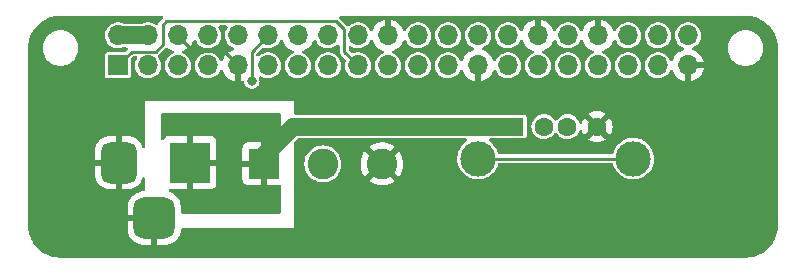
<source format=gbr>
%TF.GenerationSoftware,KiCad,Pcbnew,(5.99.0-11450-g1c1f7ac07e)*%
%TF.CreationDate,2021-09-18T13:42:06-03:00*%
%TF.ProjectId,LedHAt,4c656448-4174-42e6-9b69-6361645f7063,rev?*%
%TF.SameCoordinates,Original*%
%TF.FileFunction,Copper,L1,Top*%
%TF.FilePolarity,Positive*%
%FSLAX46Y46*%
G04 Gerber Fmt 4.6, Leading zero omitted, Abs format (unit mm)*
G04 Created by KiCad (PCBNEW (5.99.0-11450-g1c1f7ac07e)) date 2021-09-18 13:42:06*
%MOMM*%
%LPD*%
G01*
G04 APERTURE LIST*
G04 Aperture macros list*
%AMRoundRect*
0 Rectangle with rounded corners*
0 $1 Rounding radius*
0 $2 $3 $4 $5 $6 $7 $8 $9 X,Y pos of 4 corners*
0 Add a 4 corners polygon primitive as box body*
4,1,4,$2,$3,$4,$5,$6,$7,$8,$9,$2,$3,0*
0 Add four circle primitives for the rounded corners*
1,1,$1+$1,$2,$3*
1,1,$1+$1,$4,$5*
1,1,$1+$1,$6,$7*
1,1,$1+$1,$8,$9*
0 Add four rect primitives between the rounded corners*
20,1,$1+$1,$2,$3,$4,$5,0*
20,1,$1+$1,$4,$5,$6,$7,0*
20,1,$1+$1,$6,$7,$8,$9,0*
20,1,$1+$1,$8,$9,$2,$3,0*%
G04 Aperture macros list end*
%TA.AperFunction,ComponentPad*%
%ADD10R,3.500000X3.500000*%
%TD*%
%TA.AperFunction,ComponentPad*%
%ADD11RoundRect,0.750000X-0.750000X-1.000000X0.750000X-1.000000X0.750000X1.000000X-0.750000X1.000000X0*%
%TD*%
%TA.AperFunction,ComponentPad*%
%ADD12RoundRect,0.875000X-0.875000X-0.875000X0.875000X-0.875000X0.875000X0.875000X-0.875000X0.875000X0*%
%TD*%
%TA.AperFunction,ComponentPad*%
%ADD13R,1.600000X1.500000*%
%TD*%
%TA.AperFunction,ComponentPad*%
%ADD14C,1.600000*%
%TD*%
%TA.AperFunction,ComponentPad*%
%ADD15C,3.000000*%
%TD*%
%TA.AperFunction,ComponentPad*%
%ADD16R,2.600000X2.600000*%
%TD*%
%TA.AperFunction,ComponentPad*%
%ADD17C,2.600000*%
%TD*%
%TA.AperFunction,ComponentPad*%
%ADD18R,1.700000X1.700000*%
%TD*%
%TA.AperFunction,ComponentPad*%
%ADD19O,1.700000X1.700000*%
%TD*%
%TA.AperFunction,ViaPad*%
%ADD20C,0.800000*%
%TD*%
%TA.AperFunction,Conductor*%
%ADD21C,1.500000*%
%TD*%
%TA.AperFunction,Conductor*%
%ADD22C,0.254000*%
%TD*%
%TA.AperFunction,Conductor*%
%ADD23C,0.250000*%
%TD*%
G04 APERTURE END LIST*
D10*
%TO.P,J3,1*%
%TO.N,/5V*%
X34450000Y-33192500D03*
D11*
%TO.P,J3,2*%
%TO.N,/GND*%
X28450000Y-33192500D03*
D12*
%TO.P,J3,3*%
X31450000Y-37892500D03*
%TD*%
D13*
%TO.P,J4,1,VBUS*%
%TO.N,/5V*%
X61925200Y-30149800D03*
D14*
%TO.P,J4,2,D-*%
%TO.N,unconnected-(J4-Pad2)*%
X64425200Y-30149800D03*
%TO.P,J4,3,D+*%
%TO.N,unconnected-(J4-Pad3)*%
X66425200Y-30149800D03*
%TO.P,J4,4,GND*%
%TO.N,/GND*%
X68925200Y-30149800D03*
D15*
%TO.P,J4,5,Shield*%
%TO.N,unconnected-(J4-Pad5)*%
X58855200Y-32859800D03*
X71995200Y-32859800D03*
%TD*%
D16*
%TO.P,J1,1,Pin_1*%
%TO.N,/5V*%
X40716200Y-33299400D03*
D17*
%TO.P,J1,2,Pin_2*%
%TO.N,/GPIO18_5V*%
X45716200Y-33299400D03*
%TO.P,J1,3,Pin_3*%
%TO.N,/GND*%
X50716200Y-33299400D03*
%TD*%
D18*
%TO.P,J2,1,Pin_1*%
%TO.N,/3V3*%
X28370000Y-24970000D03*
D19*
%TO.P,J2,2,Pin_2*%
%TO.N,/5V_Rpi*%
X28370000Y-22430000D03*
%TO.P,J2,3,Pin_3*%
%TO.N,/SDA(GPIO2)*%
X30910000Y-24970000D03*
%TO.P,J2,4,Pin_4*%
%TO.N,/5V_Rpi*%
X30910000Y-22430000D03*
%TO.P,J2,5,Pin_5*%
%TO.N,/SCL(GPIO3)*%
X33450000Y-24970000D03*
%TO.P,J2,6,Pin_6*%
%TO.N,/GND*%
X33450000Y-22430000D03*
%TO.P,J2,7,Pin_7*%
%TO.N,/GPIO4*%
X35990000Y-24970000D03*
%TO.P,J2,8,Pin_8*%
%TO.N,/UART0_TX*%
X35990000Y-22430000D03*
%TO.P,J2,9,Pin_9*%
%TO.N,/GND*%
X38530000Y-24970000D03*
%TO.P,J2,10,Pin_10*%
%TO.N,/UART0_RX*%
X38530000Y-22430000D03*
%TO.P,J2,11,Pin_11*%
%TO.N,/GPIO17*%
X41070000Y-24970000D03*
%TO.P,J2,12,Pin_12*%
%TO.N,/GPIO18*%
X41070000Y-22430000D03*
%TO.P,J2,13,Pin_13*%
%TO.N,/GPIO27*%
X43610000Y-24970000D03*
%TO.P,J2,14,Pin_14*%
%TO.N,/GND*%
X43610000Y-22430000D03*
%TO.P,J2,15,Pin_15*%
%TO.N,/GPIO22*%
X46150000Y-24970000D03*
%TO.P,J2,16,Pin_16*%
%TO.N,/GPIO23*%
X46150000Y-22430000D03*
%TO.P,J2,17,Pin_17*%
%TO.N,/3V3*%
X48690000Y-24970000D03*
%TO.P,J2,18,Pin_18*%
%TO.N,/GPIO24*%
X48690000Y-22430000D03*
%TO.P,J2,19,Pin_19*%
%TO.N,/GPIO10*%
X51230000Y-24970000D03*
%TO.P,J2,20,Pin_20*%
%TO.N,/GND*%
X51230000Y-22430000D03*
%TO.P,J2,21,Pin_21*%
%TO.N,/GPIO9*%
X53770000Y-24970000D03*
%TO.P,J2,22,Pin_22*%
%TO.N,/GPIO25*%
X53770000Y-22430000D03*
%TO.P,J2,23,Pin_23*%
%TO.N,/GPIO11*%
X56310000Y-24970000D03*
%TO.P,J2,24,Pin_24*%
%TO.N,/GPIO8*%
X56310000Y-22430000D03*
%TO.P,J2,25,Pin_25*%
%TO.N,/GND*%
X58850000Y-24970000D03*
%TO.P,J2,26,Pin_26*%
%TO.N,/GPIO7*%
X58850000Y-22430000D03*
%TO.P,J2,27,Pin_27*%
%TO.N,unconnected-(J2-Pad27)*%
X61390000Y-24970000D03*
%TO.P,J2,28,Pin_28*%
%TO.N,unconnected-(J2-Pad28)*%
X61390000Y-22430000D03*
%TO.P,J2,29,Pin_29*%
%TO.N,/GPIO5*%
X63930000Y-24970000D03*
%TO.P,J2,30,Pin_30*%
%TO.N,/GND*%
X63930000Y-22430000D03*
%TO.P,J2,31,Pin_31*%
%TO.N,/GPIO6*%
X66470000Y-24970000D03*
%TO.P,J2,32,Pin_32*%
%TO.N,/GPIO12*%
X66470000Y-22430000D03*
%TO.P,J2,33,Pin_33*%
%TO.N,/GPIO13*%
X69010000Y-24970000D03*
%TO.P,J2,34,Pin_34*%
%TO.N,/GND*%
X69010000Y-22430000D03*
%TO.P,J2,35,Pin_35*%
%TO.N,/GPIO19*%
X71550000Y-24970000D03*
%TO.P,J2,36,Pin_36*%
%TO.N,/GPIO16*%
X71550000Y-22430000D03*
%TO.P,J2,37,Pin_37*%
%TO.N,/GPIO26*%
X74090000Y-24970000D03*
%TO.P,J2,38,Pin_38*%
%TO.N,/GPIO20*%
X74090000Y-22430000D03*
%TO.P,J2,39,Pin_39*%
%TO.N,/GND*%
X76630000Y-24970000D03*
%TO.P,J2,40,Pin_40*%
%TO.N,/GPIO21*%
X76630000Y-22430000D03*
%TD*%
D20*
%TO.N,/GPIO18*%
X39700000Y-26300000D03*
%TO.N,/GND*%
X42280000Y-23760000D03*
X22072600Y-38277800D03*
X21818600Y-34899600D03*
X62575489Y-23604511D03*
X82448400Y-28778200D03*
X21666200Y-31623000D03*
X24688800Y-40208200D03*
X61163200Y-40259000D03*
X35200000Y-27300000D03*
X82499200Y-31496000D03*
X74803000Y-40182800D03*
X82575400Y-37973000D03*
X54533800Y-40411400D03*
X28168600Y-40538400D03*
X68808600Y-40132000D03*
X35407600Y-40309800D03*
X64617600Y-40030400D03*
X40665400Y-40436800D03*
X77851000Y-40182800D03*
X70375489Y-23604511D03*
X45440600Y-40208200D03*
X58013600Y-40259000D03*
X82499200Y-33832800D03*
X34750000Y-23775000D03*
X81508600Y-39903400D03*
X82499200Y-35890200D03*
X49920000Y-23800000D03*
X71018400Y-40132000D03*
X50215800Y-40309800D03*
X21666200Y-28016200D03*
%TD*%
D21*
%TO.N,/5V*%
X40716200Y-33299400D02*
X40716200Y-32583800D01*
X40716200Y-32583800D02*
X43150200Y-30149800D01*
X43150200Y-30149800D02*
X61925200Y-30149800D01*
D22*
%TO.N,/GPIO18*%
X39700000Y-26300000D02*
X39706511Y-26293489D01*
X39706511Y-23793489D02*
X41070000Y-22430000D01*
X39706511Y-26293489D02*
X39706511Y-23793489D01*
D23*
%TO.N,/GND*%
X33450000Y-22430000D02*
X33450000Y-22475000D01*
X33450000Y-22475000D02*
X34750000Y-23775000D01*
X37335000Y-23775000D02*
X38530000Y-24970000D01*
X34750000Y-23775000D02*
X37335000Y-23775000D01*
D22*
%TO.N,/3V3*%
X29546511Y-23793489D02*
X31553111Y-23793489D01*
X46812200Y-21209000D02*
X47513489Y-21910289D01*
X32156400Y-23190200D02*
X32156400Y-21513800D01*
X31553111Y-23793489D02*
X32156400Y-23190200D01*
X32156400Y-21513800D02*
X32461200Y-21209000D01*
X47513489Y-23793489D02*
X48690000Y-24970000D01*
X32461200Y-21209000D02*
X46812200Y-21209000D01*
X28370000Y-24970000D02*
X29546511Y-23793489D01*
X47513489Y-21910289D02*
X47513489Y-23793489D01*
%TO.N,unconnected-(J4-Pad5)*%
X58855200Y-32859800D02*
X71995200Y-32859800D01*
D21*
%TO.N,/5V_Rpi*%
X28370000Y-22430000D02*
X30910000Y-22430000D01*
%TD*%
%TA.AperFunction,Conductor*%
%TO.N,/5V*%
G36*
X42131521Y-29052202D02*
G01*
X42178014Y-29105858D01*
X42189400Y-29158200D01*
X42189400Y-31365400D01*
X42169398Y-31433521D01*
X42115742Y-31480014D01*
X42063400Y-31491400D01*
X40988315Y-31491400D01*
X40973076Y-31495875D01*
X40971871Y-31497265D01*
X40970200Y-31504948D01*
X40970200Y-35089285D01*
X40974675Y-35104524D01*
X40976065Y-35105729D01*
X40983748Y-35107400D01*
X42063400Y-35107400D01*
X42131521Y-35127402D01*
X42178014Y-35181058D01*
X42189400Y-35233400D01*
X42189400Y-37389800D01*
X42169398Y-37457921D01*
X42115742Y-37504414D01*
X42063400Y-37515800D01*
X33834500Y-37515800D01*
X33766379Y-37495798D01*
X33719886Y-37442142D01*
X33708500Y-37389800D01*
X33708500Y-36925136D01*
X33705381Y-36867543D01*
X33660380Y-36637107D01*
X33577196Y-36417548D01*
X33458209Y-36215144D01*
X33306819Y-36035681D01*
X33127356Y-35884291D01*
X32924952Y-35765304D01*
X32737613Y-35694327D01*
X32680998Y-35651488D01*
X32656530Y-35584840D01*
X32671979Y-35515545D01*
X32722440Y-35465602D01*
X32782254Y-35450500D01*
X34177885Y-35450500D01*
X34193124Y-35446025D01*
X34194329Y-35444635D01*
X34196000Y-35436952D01*
X34196000Y-33460048D01*
X34704000Y-33460048D01*
X34704000Y-35432385D01*
X34708475Y-35447624D01*
X34709865Y-35448829D01*
X34717548Y-35450500D01*
X36244672Y-35450500D01*
X36251486Y-35450131D01*
X36302351Y-35444605D01*
X36317606Y-35440978D01*
X36438054Y-35395824D01*
X36453649Y-35387286D01*
X36555724Y-35310785D01*
X36568285Y-35298224D01*
X36644786Y-35196149D01*
X36653324Y-35180554D01*
X36698478Y-35060106D01*
X36702105Y-35044851D01*
X36707631Y-34993986D01*
X36708000Y-34987172D01*
X36708000Y-33566948D01*
X38908200Y-33566948D01*
X38908200Y-34644072D01*
X38908569Y-34650886D01*
X38914095Y-34701751D01*
X38917722Y-34717006D01*
X38962876Y-34837454D01*
X38971414Y-34853049D01*
X39047915Y-34955124D01*
X39060476Y-34967685D01*
X39162551Y-35044186D01*
X39178146Y-35052724D01*
X39298594Y-35097878D01*
X39313849Y-35101505D01*
X39364714Y-35107031D01*
X39371528Y-35107400D01*
X40444085Y-35107400D01*
X40459324Y-35102925D01*
X40460529Y-35101535D01*
X40462200Y-35093852D01*
X40462200Y-33571515D01*
X40457725Y-33556276D01*
X40456335Y-33555071D01*
X40448652Y-33553400D01*
X38926315Y-33553400D01*
X38911076Y-33557875D01*
X38909871Y-33559265D01*
X38908200Y-33566948D01*
X36708000Y-33566948D01*
X36708000Y-33464615D01*
X36703525Y-33449376D01*
X36702135Y-33448171D01*
X36694452Y-33446500D01*
X34722115Y-33446500D01*
X34706876Y-33450975D01*
X34705671Y-33452365D01*
X34704000Y-33460048D01*
X34196000Y-33460048D01*
X34196000Y-30952615D01*
X34194659Y-30948048D01*
X34704000Y-30948048D01*
X34704000Y-32920385D01*
X34708475Y-32935624D01*
X34709865Y-32936829D01*
X34717548Y-32938500D01*
X36689885Y-32938500D01*
X36705124Y-32934025D01*
X36706329Y-32932635D01*
X36708000Y-32924952D01*
X36708000Y-31954728D01*
X38908200Y-31954728D01*
X38908200Y-33027285D01*
X38912675Y-33042524D01*
X38914065Y-33043729D01*
X38921748Y-33045400D01*
X40444085Y-33045400D01*
X40459324Y-33040925D01*
X40460529Y-33039535D01*
X40462200Y-33031852D01*
X40462200Y-31509515D01*
X40457725Y-31494276D01*
X40456335Y-31493071D01*
X40448652Y-31491400D01*
X39371528Y-31491400D01*
X39364714Y-31491769D01*
X39313849Y-31497295D01*
X39298594Y-31500922D01*
X39178146Y-31546076D01*
X39162551Y-31554614D01*
X39060476Y-31631115D01*
X39047915Y-31643676D01*
X38971414Y-31745751D01*
X38962876Y-31761346D01*
X38917722Y-31881794D01*
X38914095Y-31897049D01*
X38908569Y-31947914D01*
X38908200Y-31954728D01*
X36708000Y-31954728D01*
X36708000Y-31397828D01*
X36707631Y-31391014D01*
X36702105Y-31340149D01*
X36698478Y-31324894D01*
X36653324Y-31204446D01*
X36644786Y-31188851D01*
X36568285Y-31086776D01*
X36555724Y-31074215D01*
X36453649Y-30997714D01*
X36438054Y-30989176D01*
X36317606Y-30944022D01*
X36302351Y-30940395D01*
X36251486Y-30934869D01*
X36244672Y-30934500D01*
X34722115Y-30934500D01*
X34706876Y-30938975D01*
X34705671Y-30940365D01*
X34704000Y-30948048D01*
X34194659Y-30948048D01*
X34191525Y-30937376D01*
X34190135Y-30936171D01*
X34182452Y-30934500D01*
X32655328Y-30934500D01*
X32648514Y-30934869D01*
X32597649Y-30940395D01*
X32582394Y-30944022D01*
X32461946Y-30989176D01*
X32446351Y-30997714D01*
X32344276Y-31074215D01*
X32331715Y-31086776D01*
X32255214Y-31188851D01*
X32242366Y-31212318D01*
X32240300Y-31211187D01*
X32205339Y-31257727D01*
X32138777Y-31282426D01*
X32069429Y-31267218D01*
X32019311Y-31216931D01*
X32004000Y-31156732D01*
X32004000Y-29158200D01*
X32024002Y-29090079D01*
X32077658Y-29043586D01*
X32130000Y-29032200D01*
X42063400Y-29032200D01*
X42131521Y-29052202D01*
G37*
%TD.AperFunction*%
%TD*%
%TA.AperFunction,Conductor*%
%TO.N,/GND*%
G36*
X32140608Y-20774002D02*
G01*
X32187101Y-20827658D01*
X32197205Y-20897932D01*
X32167711Y-20962512D01*
X32161582Y-20969096D01*
X31924917Y-21205760D01*
X31905906Y-21221114D01*
X31904844Y-21222080D01*
X31896096Y-21227729D01*
X31889652Y-21235904D01*
X31889649Y-21235906D01*
X31875171Y-21254272D01*
X31871194Y-21258747D01*
X31871265Y-21258808D01*
X31867912Y-21262765D01*
X31864229Y-21266448D01*
X31861203Y-21270683D01*
X31861201Y-21270685D01*
X31852947Y-21282236D01*
X31849384Y-21286982D01*
X31817466Y-21327470D01*
X31814415Y-21336157D01*
X31809066Y-21343643D01*
X31806083Y-21353619D01*
X31806082Y-21353620D01*
X31794302Y-21393011D01*
X31792472Y-21398643D01*
X31775384Y-21447302D01*
X31774900Y-21452891D01*
X31774900Y-21454270D01*
X31773031Y-21462951D01*
X31770986Y-21462511D01*
X31749135Y-21518504D01*
X31691665Y-21560190D01*
X31620781Y-21564187D01*
X31582185Y-21548048D01*
X31413581Y-21441667D01*
X31225039Y-21366446D01*
X31219379Y-21365320D01*
X31219375Y-21365319D01*
X31031613Y-21327971D01*
X31031610Y-21327971D01*
X31025946Y-21326844D01*
X31020171Y-21326768D01*
X31020167Y-21326768D01*
X30918793Y-21325441D01*
X30822971Y-21324187D01*
X30817274Y-21325166D01*
X30817273Y-21325166D01*
X30651682Y-21353620D01*
X30622910Y-21358564D01*
X30489166Y-21407905D01*
X30462583Y-21417712D01*
X30418972Y-21425500D01*
X28857266Y-21425500D01*
X28810576Y-21416530D01*
X28690411Y-21368589D01*
X28690409Y-21368588D01*
X28685039Y-21366446D01*
X28679371Y-21365319D01*
X28679369Y-21365318D01*
X28491613Y-21327971D01*
X28491610Y-21327971D01*
X28485946Y-21326844D01*
X28480171Y-21326768D01*
X28480167Y-21326768D01*
X28378793Y-21325441D01*
X28282971Y-21324187D01*
X28277274Y-21325166D01*
X28277273Y-21325166D01*
X28111682Y-21353620D01*
X28082910Y-21358564D01*
X27892463Y-21428824D01*
X27718010Y-21532612D01*
X27713670Y-21536418D01*
X27713666Y-21536421D01*
X27613513Y-21624254D01*
X27565392Y-21666455D01*
X27439720Y-21825869D01*
X27437031Y-21830980D01*
X27437029Y-21830983D01*
X27424073Y-21855609D01*
X27345203Y-22005515D01*
X27285007Y-22199378D01*
X27261148Y-22400964D01*
X27274424Y-22603522D01*
X27275845Y-22609118D01*
X27275846Y-22609123D01*
X27294863Y-22684000D01*
X27324392Y-22800269D01*
X27326809Y-22805512D01*
X27395874Y-22955326D01*
X27409377Y-22984616D01*
X27412710Y-22989332D01*
X27447429Y-23038458D01*
X27526533Y-23150389D01*
X27671938Y-23292035D01*
X27676742Y-23295245D01*
X27741129Y-23338267D01*
X27840720Y-23404812D01*
X27846023Y-23407090D01*
X27846026Y-23407092D01*
X28016868Y-23480491D01*
X28027228Y-23484942D01*
X28085997Y-23498240D01*
X28219579Y-23528467D01*
X28219584Y-23528468D01*
X28225216Y-23529742D01*
X28230987Y-23529969D01*
X28230989Y-23529969D01*
X28290756Y-23532317D01*
X28428053Y-23537712D01*
X28528499Y-23523148D01*
X28623231Y-23509413D01*
X28623236Y-23509412D01*
X28628945Y-23508584D01*
X28634409Y-23506729D01*
X28634414Y-23506728D01*
X28821165Y-23443334D01*
X28821418Y-23444080D01*
X28866488Y-23434500D01*
X29061787Y-23434500D01*
X29129908Y-23454502D01*
X29176401Y-23508158D01*
X29186505Y-23578432D01*
X29157011Y-23643012D01*
X29150882Y-23649595D01*
X28971882Y-23828595D01*
X28909570Y-23862621D01*
X28882787Y-23865500D01*
X27469600Y-23865500D01*
X27469155Y-23865544D01*
X27424767Y-23883975D01*
X27387107Y-23899613D01*
X27387106Y-23899614D01*
X27375649Y-23904371D01*
X27344495Y-23935580D01*
X27312887Y-23967243D01*
X27312886Y-23967245D01*
X27304120Y-23976026D01*
X27265456Y-24069599D01*
X27265500Y-24120000D01*
X27265500Y-25870400D01*
X27265544Y-25870845D01*
X27272241Y-25886972D01*
X27297118Y-25946883D01*
X27304371Y-25964351D01*
X27334619Y-25994546D01*
X27367243Y-26027113D01*
X27367245Y-26027114D01*
X27376026Y-26035880D01*
X27469599Y-26074544D01*
X27520000Y-26074500D01*
X29270400Y-26074500D01*
X29270845Y-26074456D01*
X29315233Y-26056025D01*
X29352893Y-26040387D01*
X29352894Y-26040386D01*
X29364351Y-26035629D01*
X29411453Y-25988444D01*
X29427113Y-25972757D01*
X29427114Y-25972755D01*
X29435880Y-25963974D01*
X29474544Y-25870401D01*
X29474500Y-25820000D01*
X29474500Y-24457212D01*
X29494502Y-24389091D01*
X29511405Y-24368117D01*
X29667628Y-24211894D01*
X29729940Y-24177868D01*
X29756723Y-24174989D01*
X29872246Y-24174989D01*
X29940367Y-24194991D01*
X29986860Y-24248647D01*
X29996964Y-24318921D01*
X29979390Y-24365696D01*
X29979720Y-24365869D01*
X29977035Y-24370973D01*
X29977032Y-24370977D01*
X29966591Y-24390822D01*
X29885203Y-24545515D01*
X29825007Y-24739378D01*
X29801148Y-24940964D01*
X29814424Y-25143522D01*
X29815845Y-25149118D01*
X29815846Y-25149123D01*
X29837508Y-25234414D01*
X29864392Y-25340269D01*
X29866809Y-25345512D01*
X29904010Y-25426208D01*
X29949377Y-25524616D01*
X30066533Y-25690389D01*
X30211938Y-25832035D01*
X30380720Y-25944812D01*
X30386023Y-25947090D01*
X30386026Y-25947092D01*
X30561921Y-26022662D01*
X30567228Y-26024942D01*
X30635485Y-26040387D01*
X30759579Y-26068467D01*
X30759584Y-26068468D01*
X30765216Y-26069742D01*
X30770987Y-26069969D01*
X30770989Y-26069969D01*
X30830756Y-26072317D01*
X30968053Y-26077712D01*
X31068499Y-26063148D01*
X31163231Y-26049413D01*
X31163236Y-26049412D01*
X31168945Y-26048584D01*
X31174409Y-26046729D01*
X31174414Y-26046728D01*
X31355693Y-25985192D01*
X31355698Y-25985190D01*
X31361165Y-25983334D01*
X31538276Y-25884147D01*
X31543934Y-25879442D01*
X31665696Y-25778172D01*
X31694345Y-25754345D01*
X31824147Y-25598276D01*
X31923334Y-25421165D01*
X31925190Y-25415698D01*
X31925192Y-25415693D01*
X31986728Y-25234414D01*
X31986729Y-25234409D01*
X31988584Y-25228945D01*
X31989412Y-25223236D01*
X31989413Y-25223231D01*
X32017179Y-25031727D01*
X32017712Y-25028053D01*
X32019232Y-24970000D01*
X32000658Y-24767859D01*
X31999090Y-24762299D01*
X31947125Y-24578046D01*
X31947124Y-24578044D01*
X31945557Y-24572487D01*
X31942917Y-24567132D01*
X31858331Y-24395609D01*
X31855776Y-24390428D01*
X31767054Y-24271615D01*
X31742322Y-24205065D01*
X31757496Y-24135709D01*
X31780217Y-24106733D01*
X31779803Y-24106319D01*
X31780176Y-24105946D01*
X31782306Y-24104068D01*
X31782880Y-24103336D01*
X31783683Y-24102600D01*
X31783785Y-24102545D01*
X31783896Y-24102666D01*
X31784425Y-24102200D01*
X31790168Y-24099101D01*
X31804197Y-24083925D01*
X31826965Y-24059294D01*
X31830395Y-24055727D01*
X32387883Y-23498240D01*
X32406894Y-23482886D01*
X32407956Y-23481920D01*
X32416704Y-23476271D01*
X32418333Y-23474205D01*
X32478100Y-23445136D01*
X32548599Y-23453530D01*
X32579539Y-23472436D01*
X32664435Y-23542917D01*
X32672881Y-23548831D01*
X32856756Y-23656279D01*
X32866042Y-23660729D01*
X33015124Y-23717657D01*
X33071627Y-23760644D01*
X33095920Y-23827355D01*
X33080290Y-23896610D01*
X33029699Y-23946421D01*
X33013785Y-23953579D01*
X32972463Y-23968824D01*
X32798010Y-24072612D01*
X32793670Y-24076418D01*
X32793666Y-24076421D01*
X32681272Y-24174989D01*
X32645392Y-24206455D01*
X32519720Y-24365869D01*
X32517033Y-24370977D01*
X32517029Y-24370983D01*
X32506591Y-24390822D01*
X32425203Y-24545515D01*
X32365007Y-24739378D01*
X32341148Y-24940964D01*
X32354424Y-25143522D01*
X32355845Y-25149118D01*
X32355846Y-25149123D01*
X32377508Y-25234414D01*
X32404392Y-25340269D01*
X32406809Y-25345512D01*
X32444010Y-25426208D01*
X32489377Y-25524616D01*
X32606533Y-25690389D01*
X32751938Y-25832035D01*
X32920720Y-25944812D01*
X32926023Y-25947090D01*
X32926026Y-25947092D01*
X33101921Y-26022662D01*
X33107228Y-26024942D01*
X33175485Y-26040387D01*
X33299579Y-26068467D01*
X33299584Y-26068468D01*
X33305216Y-26069742D01*
X33310987Y-26069969D01*
X33310989Y-26069969D01*
X33370756Y-26072317D01*
X33508053Y-26077712D01*
X33608499Y-26063148D01*
X33703231Y-26049413D01*
X33703236Y-26049412D01*
X33708945Y-26048584D01*
X33714409Y-26046729D01*
X33714414Y-26046728D01*
X33895693Y-25985192D01*
X33895698Y-25985190D01*
X33901165Y-25983334D01*
X34078276Y-25884147D01*
X34083934Y-25879442D01*
X34205696Y-25778172D01*
X34234345Y-25754345D01*
X34364147Y-25598276D01*
X34463334Y-25421165D01*
X34465190Y-25415698D01*
X34465192Y-25415693D01*
X34526728Y-25234414D01*
X34526729Y-25234409D01*
X34528584Y-25228945D01*
X34529412Y-25223236D01*
X34529413Y-25223231D01*
X34557179Y-25031727D01*
X34557712Y-25028053D01*
X34559232Y-24970000D01*
X34540658Y-24767859D01*
X34539090Y-24762299D01*
X34487125Y-24578046D01*
X34487124Y-24578044D01*
X34485557Y-24572487D01*
X34482917Y-24567132D01*
X34398331Y-24395609D01*
X34395776Y-24390428D01*
X34274320Y-24227779D01*
X34125258Y-24089987D01*
X34120375Y-24086906D01*
X34120371Y-24086903D01*
X33958464Y-23984748D01*
X33953581Y-23981667D01*
X33881614Y-23952955D01*
X33825755Y-23909134D01*
X33802455Y-23842069D01*
X33819111Y-23773054D01*
X33870436Y-23724000D01*
X33892098Y-23715239D01*
X33942252Y-23700192D01*
X33951842Y-23696433D01*
X34143095Y-23602739D01*
X34151945Y-23597464D01*
X34325328Y-23473792D01*
X34333200Y-23467139D01*
X34484052Y-23316812D01*
X34490730Y-23308965D01*
X34615003Y-23136020D01*
X34620313Y-23127183D01*
X34714670Y-22936267D01*
X34718469Y-22926672D01*
X34735066Y-22872047D01*
X34774007Y-22812683D01*
X34838862Y-22783796D01*
X34909038Y-22794558D01*
X34962256Y-22841551D01*
X34970048Y-22855922D01*
X35029377Y-22984616D01*
X35032710Y-22989332D01*
X35067429Y-23038458D01*
X35146533Y-23150389D01*
X35291938Y-23292035D01*
X35296742Y-23295245D01*
X35361129Y-23338267D01*
X35460720Y-23404812D01*
X35466023Y-23407090D01*
X35466026Y-23407092D01*
X35636868Y-23480491D01*
X35647228Y-23484942D01*
X35705997Y-23498240D01*
X35839579Y-23528467D01*
X35839584Y-23528468D01*
X35845216Y-23529742D01*
X35850987Y-23529969D01*
X35850989Y-23529969D01*
X35910756Y-23532317D01*
X36048053Y-23537712D01*
X36148499Y-23523148D01*
X36243231Y-23509413D01*
X36243236Y-23509412D01*
X36248945Y-23508584D01*
X36254409Y-23506729D01*
X36254414Y-23506728D01*
X36435693Y-23445192D01*
X36435698Y-23445190D01*
X36441165Y-23443334D01*
X36451490Y-23437552D01*
X36589329Y-23360358D01*
X36618276Y-23344147D01*
X36622723Y-23340449D01*
X36745696Y-23238172D01*
X36774345Y-23214345D01*
X36904147Y-23058276D01*
X37003334Y-22881165D01*
X37005190Y-22875698D01*
X37005192Y-22875693D01*
X37066728Y-22694414D01*
X37066729Y-22694409D01*
X37068584Y-22688945D01*
X37069412Y-22683236D01*
X37069413Y-22683231D01*
X37097179Y-22491727D01*
X37097712Y-22488053D01*
X37099232Y-22430000D01*
X37080658Y-22227859D01*
X37079090Y-22222299D01*
X37027125Y-22038046D01*
X37027124Y-22038044D01*
X37025557Y-22032487D01*
X37014978Y-22011033D01*
X36938331Y-21855609D01*
X36935776Y-21850428D01*
X36894018Y-21794507D01*
X36892063Y-21791889D01*
X36867331Y-21725339D01*
X36882505Y-21655983D01*
X36932767Y-21605841D01*
X36993021Y-21590500D01*
X37525495Y-21590500D01*
X37593616Y-21610502D01*
X37640109Y-21664158D01*
X37650213Y-21734432D01*
X37624444Y-21794507D01*
X37603297Y-21821331D01*
X37603295Y-21821334D01*
X37599720Y-21825869D01*
X37597031Y-21830980D01*
X37597029Y-21830983D01*
X37584073Y-21855609D01*
X37505203Y-22005515D01*
X37445007Y-22199378D01*
X37421148Y-22400964D01*
X37434424Y-22603522D01*
X37435845Y-22609118D01*
X37435846Y-22609123D01*
X37454863Y-22684000D01*
X37484392Y-22800269D01*
X37486809Y-22805512D01*
X37555874Y-22955326D01*
X37569377Y-22984616D01*
X37572710Y-22989332D01*
X37607429Y-23038458D01*
X37686533Y-23150389D01*
X37831938Y-23292035D01*
X37836742Y-23295245D01*
X37901129Y-23338267D01*
X38000720Y-23404812D01*
X38006023Y-23407090D01*
X38006026Y-23407092D01*
X38102954Y-23448735D01*
X38157647Y-23494003D01*
X38179184Y-23561654D01*
X38160727Y-23630210D01*
X38108136Y-23677904D01*
X38092361Y-23684268D01*
X38006868Y-23712212D01*
X37997359Y-23716209D01*
X37808463Y-23814542D01*
X37799738Y-23820036D01*
X37629433Y-23947905D01*
X37621726Y-23954748D01*
X37474590Y-24108717D01*
X37468104Y-24116727D01*
X37348098Y-24292649D01*
X37343000Y-24301623D01*
X37253338Y-24494783D01*
X37249777Y-24504464D01*
X37245291Y-24520640D01*
X37207813Y-24580939D01*
X37143684Y-24611403D01*
X37073266Y-24602360D01*
X37018915Y-24556682D01*
X37010867Y-24542698D01*
X36938331Y-24395609D01*
X36935776Y-24390428D01*
X36814320Y-24227779D01*
X36665258Y-24089987D01*
X36660375Y-24086906D01*
X36660371Y-24086903D01*
X36498464Y-23984748D01*
X36493581Y-23981667D01*
X36305039Y-23906446D01*
X36299379Y-23905320D01*
X36299375Y-23905319D01*
X36111613Y-23867971D01*
X36111610Y-23867971D01*
X36105946Y-23866844D01*
X36100171Y-23866768D01*
X36100167Y-23866768D01*
X35998793Y-23865441D01*
X35902971Y-23864187D01*
X35897274Y-23865166D01*
X35897273Y-23865166D01*
X35708607Y-23897585D01*
X35702910Y-23898564D01*
X35512463Y-23968824D01*
X35338010Y-24072612D01*
X35333670Y-24076418D01*
X35333666Y-24076421D01*
X35221272Y-24174989D01*
X35185392Y-24206455D01*
X35059720Y-24365869D01*
X35057033Y-24370977D01*
X35057029Y-24370983D01*
X35046591Y-24390822D01*
X34965203Y-24545515D01*
X34905007Y-24739378D01*
X34881148Y-24940964D01*
X34894424Y-25143522D01*
X34895845Y-25149118D01*
X34895846Y-25149123D01*
X34917508Y-25234414D01*
X34944392Y-25340269D01*
X34946809Y-25345512D01*
X34984010Y-25426208D01*
X35029377Y-25524616D01*
X35146533Y-25690389D01*
X35291938Y-25832035D01*
X35460720Y-25944812D01*
X35466023Y-25947090D01*
X35466026Y-25947092D01*
X35641921Y-26022662D01*
X35647228Y-26024942D01*
X35715485Y-26040387D01*
X35839579Y-26068467D01*
X35839584Y-26068468D01*
X35845216Y-26069742D01*
X35850987Y-26069969D01*
X35850989Y-26069969D01*
X35910756Y-26072317D01*
X36048053Y-26077712D01*
X36148499Y-26063148D01*
X36243231Y-26049413D01*
X36243236Y-26049412D01*
X36248945Y-26048584D01*
X36254409Y-26046729D01*
X36254414Y-26046728D01*
X36435693Y-25985192D01*
X36435698Y-25985190D01*
X36441165Y-25983334D01*
X36618276Y-25884147D01*
X36623934Y-25879442D01*
X36745696Y-25778172D01*
X36774345Y-25754345D01*
X36904147Y-25598276D01*
X37003334Y-25421165D01*
X37005720Y-25414135D01*
X37006170Y-25413496D01*
X37007541Y-25410416D01*
X37008146Y-25410685D01*
X37046553Y-25356059D01*
X37112305Y-25329278D01*
X37182098Y-25342295D01*
X37233773Y-25390980D01*
X37241777Y-25407229D01*
X37311770Y-25579603D01*
X37316413Y-25588794D01*
X37427694Y-25770388D01*
X37433777Y-25778699D01*
X37573213Y-25939667D01*
X37580580Y-25946883D01*
X37744434Y-26082916D01*
X37752881Y-26088831D01*
X37936756Y-26196279D01*
X37946042Y-26200729D01*
X38145001Y-26276703D01*
X38154899Y-26279579D01*
X38258250Y-26300606D01*
X38272299Y-26299410D01*
X38276000Y-26289065D01*
X38276000Y-24842000D01*
X38296002Y-24773879D01*
X38349658Y-24727386D01*
X38402000Y-24716000D01*
X38658000Y-24716000D01*
X38726121Y-24736002D01*
X38772614Y-24789658D01*
X38784000Y-24842000D01*
X38784000Y-26288517D01*
X38788064Y-26302359D01*
X38801478Y-26304393D01*
X38808184Y-26303534D01*
X38818266Y-26301391D01*
X38889633Y-26279980D01*
X38960628Y-26279564D01*
X39020579Y-26317596D01*
X39051079Y-26386839D01*
X39058113Y-26450553D01*
X39112553Y-26599319D01*
X39200908Y-26730805D01*
X39206527Y-26735918D01*
X39206528Y-26735919D01*
X39217903Y-26746269D01*
X39318076Y-26837419D01*
X39457293Y-26913008D01*
X39610522Y-26953207D01*
X39694477Y-26954526D01*
X39761319Y-26955576D01*
X39761322Y-26955576D01*
X39768916Y-26955695D01*
X39923332Y-26920329D01*
X39993742Y-26884917D01*
X40058072Y-26852563D01*
X40058075Y-26852561D01*
X40064855Y-26849151D01*
X40070626Y-26844222D01*
X40070629Y-26844220D01*
X40179536Y-26751204D01*
X40179536Y-26751203D01*
X40185314Y-26746269D01*
X40277755Y-26617624D01*
X40336842Y-26470641D01*
X40359162Y-26313807D01*
X40359307Y-26300000D01*
X40357918Y-26288517D01*
X40347294Y-26200729D01*
X40340276Y-26142733D01*
X40311451Y-26066450D01*
X40306083Y-25995660D01*
X40339840Y-25933202D01*
X40402005Y-25898910D01*
X40472842Y-25903670D01*
X40499318Y-25917149D01*
X40535911Y-25941599D01*
X40540720Y-25944812D01*
X40546023Y-25947090D01*
X40546026Y-25947092D01*
X40721921Y-26022662D01*
X40727228Y-26024942D01*
X40795485Y-26040387D01*
X40919579Y-26068467D01*
X40919584Y-26068468D01*
X40925216Y-26069742D01*
X40930987Y-26069969D01*
X40930989Y-26069969D01*
X40990756Y-26072317D01*
X41128053Y-26077712D01*
X41228499Y-26063148D01*
X41323231Y-26049413D01*
X41323236Y-26049412D01*
X41328945Y-26048584D01*
X41334409Y-26046729D01*
X41334414Y-26046728D01*
X41515693Y-25985192D01*
X41515698Y-25985190D01*
X41521165Y-25983334D01*
X41698276Y-25884147D01*
X41703934Y-25879442D01*
X41825696Y-25778172D01*
X41854345Y-25754345D01*
X41984147Y-25598276D01*
X42083334Y-25421165D01*
X42085190Y-25415698D01*
X42085192Y-25415693D01*
X42146728Y-25234414D01*
X42146729Y-25234409D01*
X42148584Y-25228945D01*
X42149412Y-25223236D01*
X42149413Y-25223231D01*
X42177179Y-25031727D01*
X42177712Y-25028053D01*
X42179232Y-24970000D01*
X42160658Y-24767859D01*
X42159090Y-24762299D01*
X42107125Y-24578046D01*
X42107124Y-24578044D01*
X42105557Y-24572487D01*
X42102917Y-24567132D01*
X42018331Y-24395609D01*
X42015776Y-24390428D01*
X41894320Y-24227779D01*
X41745258Y-24089987D01*
X41740375Y-24086906D01*
X41740371Y-24086903D01*
X41578464Y-23984748D01*
X41573581Y-23981667D01*
X41385039Y-23906446D01*
X41379379Y-23905320D01*
X41379375Y-23905319D01*
X41191613Y-23867971D01*
X41191610Y-23867971D01*
X41185946Y-23866844D01*
X41180171Y-23866768D01*
X41180167Y-23866768D01*
X41078793Y-23865441D01*
X40982971Y-23864187D01*
X40977274Y-23865166D01*
X40977273Y-23865166D01*
X40788607Y-23897585D01*
X40782910Y-23898564D01*
X40592463Y-23968824D01*
X40418010Y-24072612D01*
X40375458Y-24109929D01*
X40297089Y-24178657D01*
X40232684Y-24208534D01*
X40162352Y-24198848D01*
X40108420Y-24152675D01*
X40088011Y-24083925D01*
X40088011Y-24003701D01*
X40108013Y-23935580D01*
X40124916Y-23914606D01*
X40546085Y-23493437D01*
X40608397Y-23459411D01*
X40684917Y-23466764D01*
X40721925Y-23482664D01*
X40721928Y-23482665D01*
X40727228Y-23484942D01*
X40732857Y-23486216D01*
X40732858Y-23486216D01*
X40919579Y-23528467D01*
X40919584Y-23528468D01*
X40925216Y-23529742D01*
X40930987Y-23529969D01*
X40930989Y-23529969D01*
X40990756Y-23532317D01*
X41128053Y-23537712D01*
X41228499Y-23523148D01*
X41323231Y-23509413D01*
X41323236Y-23509412D01*
X41328945Y-23508584D01*
X41334409Y-23506729D01*
X41334414Y-23506728D01*
X41515693Y-23445192D01*
X41515698Y-23445190D01*
X41521165Y-23443334D01*
X41531490Y-23437552D01*
X41669329Y-23360358D01*
X41698276Y-23344147D01*
X41702723Y-23340449D01*
X41825696Y-23238172D01*
X41854345Y-23214345D01*
X41984147Y-23058276D01*
X42083334Y-22881165D01*
X42085720Y-22874135D01*
X42086170Y-22873496D01*
X42087541Y-22870416D01*
X42088146Y-22870685D01*
X42126553Y-22816059D01*
X42192305Y-22789278D01*
X42262098Y-22802295D01*
X42313773Y-22850980D01*
X42321777Y-22867229D01*
X42391770Y-23039603D01*
X42396413Y-23048794D01*
X42507694Y-23230388D01*
X42513777Y-23238699D01*
X42653213Y-23399667D01*
X42660580Y-23406883D01*
X42824434Y-23542916D01*
X42832881Y-23548831D01*
X43016756Y-23656279D01*
X43026042Y-23660729D01*
X43175124Y-23717657D01*
X43231627Y-23760644D01*
X43255920Y-23827355D01*
X43240290Y-23896610D01*
X43189699Y-23946421D01*
X43173785Y-23953579D01*
X43132463Y-23968824D01*
X42958010Y-24072612D01*
X42953670Y-24076418D01*
X42953666Y-24076421D01*
X42841272Y-24174989D01*
X42805392Y-24206455D01*
X42679720Y-24365869D01*
X42677033Y-24370977D01*
X42677029Y-24370983D01*
X42666591Y-24390822D01*
X42585203Y-24545515D01*
X42525007Y-24739378D01*
X42501148Y-24940964D01*
X42514424Y-25143522D01*
X42515845Y-25149118D01*
X42515846Y-25149123D01*
X42537508Y-25234414D01*
X42564392Y-25340269D01*
X42566809Y-25345512D01*
X42604010Y-25426208D01*
X42649377Y-25524616D01*
X42766533Y-25690389D01*
X42911938Y-25832035D01*
X43080720Y-25944812D01*
X43086023Y-25947090D01*
X43086026Y-25947092D01*
X43261921Y-26022662D01*
X43267228Y-26024942D01*
X43335485Y-26040387D01*
X43459579Y-26068467D01*
X43459584Y-26068468D01*
X43465216Y-26069742D01*
X43470987Y-26069969D01*
X43470989Y-26069969D01*
X43530756Y-26072317D01*
X43668053Y-26077712D01*
X43768499Y-26063148D01*
X43863231Y-26049413D01*
X43863236Y-26049412D01*
X43868945Y-26048584D01*
X43874409Y-26046729D01*
X43874414Y-26046728D01*
X44055693Y-25985192D01*
X44055698Y-25985190D01*
X44061165Y-25983334D01*
X44238276Y-25884147D01*
X44243934Y-25879442D01*
X44365696Y-25778172D01*
X44394345Y-25754345D01*
X44524147Y-25598276D01*
X44623334Y-25421165D01*
X44625190Y-25415698D01*
X44625192Y-25415693D01*
X44686728Y-25234414D01*
X44686729Y-25234409D01*
X44688584Y-25228945D01*
X44689412Y-25223236D01*
X44689413Y-25223231D01*
X44717179Y-25031727D01*
X44717712Y-25028053D01*
X44719232Y-24970000D01*
X44716564Y-24940964D01*
X45041148Y-24940964D01*
X45054424Y-25143522D01*
X45055845Y-25149118D01*
X45055846Y-25149123D01*
X45077508Y-25234414D01*
X45104392Y-25340269D01*
X45106809Y-25345512D01*
X45144010Y-25426208D01*
X45189377Y-25524616D01*
X45306533Y-25690389D01*
X45451938Y-25832035D01*
X45620720Y-25944812D01*
X45626023Y-25947090D01*
X45626026Y-25947092D01*
X45801921Y-26022662D01*
X45807228Y-26024942D01*
X45875485Y-26040387D01*
X45999579Y-26068467D01*
X45999584Y-26068468D01*
X46005216Y-26069742D01*
X46010987Y-26069969D01*
X46010989Y-26069969D01*
X46070756Y-26072317D01*
X46208053Y-26077712D01*
X46308499Y-26063148D01*
X46403231Y-26049413D01*
X46403236Y-26049412D01*
X46408945Y-26048584D01*
X46414409Y-26046729D01*
X46414414Y-26046728D01*
X46595693Y-25985192D01*
X46595698Y-25985190D01*
X46601165Y-25983334D01*
X46778276Y-25884147D01*
X46783934Y-25879442D01*
X46905696Y-25778172D01*
X46934345Y-25754345D01*
X47064147Y-25598276D01*
X47163334Y-25421165D01*
X47165190Y-25415698D01*
X47165192Y-25415693D01*
X47226728Y-25234414D01*
X47226729Y-25234409D01*
X47228584Y-25228945D01*
X47229412Y-25223236D01*
X47229413Y-25223231D01*
X47257179Y-25031727D01*
X47257712Y-25028053D01*
X47259232Y-24970000D01*
X47240658Y-24767859D01*
X47239090Y-24762299D01*
X47187125Y-24578046D01*
X47187124Y-24578044D01*
X47185557Y-24572487D01*
X47182917Y-24567132D01*
X47098331Y-24395609D01*
X47095776Y-24390428D01*
X46974320Y-24227779D01*
X46825258Y-24089987D01*
X46820375Y-24086906D01*
X46820371Y-24086903D01*
X46658464Y-23984748D01*
X46653581Y-23981667D01*
X46465039Y-23906446D01*
X46459379Y-23905320D01*
X46459375Y-23905319D01*
X46271613Y-23867971D01*
X46271610Y-23867971D01*
X46265946Y-23866844D01*
X46260171Y-23866768D01*
X46260167Y-23866768D01*
X46158793Y-23865441D01*
X46062971Y-23864187D01*
X46057274Y-23865166D01*
X46057273Y-23865166D01*
X45868607Y-23897585D01*
X45862910Y-23898564D01*
X45672463Y-23968824D01*
X45498010Y-24072612D01*
X45493670Y-24076418D01*
X45493666Y-24076421D01*
X45381272Y-24174989D01*
X45345392Y-24206455D01*
X45219720Y-24365869D01*
X45217033Y-24370977D01*
X45217029Y-24370983D01*
X45206591Y-24390822D01*
X45125203Y-24545515D01*
X45065007Y-24739378D01*
X45041148Y-24940964D01*
X44716564Y-24940964D01*
X44700658Y-24767859D01*
X44699090Y-24762299D01*
X44647125Y-24578046D01*
X44647124Y-24578044D01*
X44645557Y-24572487D01*
X44642917Y-24567132D01*
X44558331Y-24395609D01*
X44555776Y-24390428D01*
X44434320Y-24227779D01*
X44285258Y-24089987D01*
X44280375Y-24086906D01*
X44280371Y-24086903D01*
X44118464Y-23984748D01*
X44113581Y-23981667D01*
X44041614Y-23952955D01*
X43985755Y-23909134D01*
X43962455Y-23842069D01*
X43979111Y-23773054D01*
X44030436Y-23724000D01*
X44052098Y-23715239D01*
X44102252Y-23700192D01*
X44111842Y-23696433D01*
X44303095Y-23602739D01*
X44311945Y-23597464D01*
X44485328Y-23473792D01*
X44493200Y-23467139D01*
X44644052Y-23316812D01*
X44650730Y-23308965D01*
X44775003Y-23136020D01*
X44780313Y-23127183D01*
X44874670Y-22936267D01*
X44878469Y-22926672D01*
X44895066Y-22872047D01*
X44934007Y-22812683D01*
X44998862Y-22783796D01*
X45069038Y-22794558D01*
X45122256Y-22841551D01*
X45130048Y-22855922D01*
X45189377Y-22984616D01*
X45192710Y-22989332D01*
X45227429Y-23038458D01*
X45306533Y-23150389D01*
X45451938Y-23292035D01*
X45456742Y-23295245D01*
X45521129Y-23338267D01*
X45620720Y-23404812D01*
X45626023Y-23407090D01*
X45626026Y-23407092D01*
X45796868Y-23480491D01*
X45807228Y-23484942D01*
X45865997Y-23498240D01*
X45999579Y-23528467D01*
X45999584Y-23528468D01*
X46005216Y-23529742D01*
X46010987Y-23529969D01*
X46010989Y-23529969D01*
X46070756Y-23532317D01*
X46208053Y-23537712D01*
X46308499Y-23523148D01*
X46403231Y-23509413D01*
X46403236Y-23509412D01*
X46408945Y-23508584D01*
X46414409Y-23506729D01*
X46414414Y-23506728D01*
X46595693Y-23445192D01*
X46595698Y-23445190D01*
X46601165Y-23443334D01*
X46611490Y-23437552D01*
X46749329Y-23360358D01*
X46778276Y-23344147D01*
X46782718Y-23340453D01*
X46782724Y-23340449D01*
X46925420Y-23221769D01*
X46990584Y-23193588D01*
X47060639Y-23205112D01*
X47113343Y-23252680D01*
X47131989Y-23318643D01*
X47131989Y-23739354D01*
X47129403Y-23763653D01*
X47129335Y-23765091D01*
X47127144Y-23775269D01*
X47128368Y-23785609D01*
X47131116Y-23808831D01*
X47131468Y-23814809D01*
X47131561Y-23814801D01*
X47131989Y-23819979D01*
X47131989Y-23825181D01*
X47132843Y-23830311D01*
X47135175Y-23844321D01*
X47136011Y-23850193D01*
X47142071Y-23901396D01*
X47146056Y-23909695D01*
X47147567Y-23918772D01*
X47172047Y-23964140D01*
X47174728Y-23969403D01*
X47193616Y-24008739D01*
X47193619Y-24008743D01*
X47197049Y-24015887D01*
X47200659Y-24020181D01*
X47202591Y-24022113D01*
X47204378Y-24024062D01*
X47204407Y-24024115D01*
X47204277Y-24024234D01*
X47204778Y-24024802D01*
X47207877Y-24030546D01*
X47215522Y-24037613D01*
X47247698Y-24067356D01*
X47251264Y-24070786D01*
X47625807Y-24445329D01*
X47659833Y-24507641D01*
X47657045Y-24571788D01*
X47605007Y-24739378D01*
X47581148Y-24940964D01*
X47594424Y-25143522D01*
X47595845Y-25149118D01*
X47595846Y-25149123D01*
X47617508Y-25234414D01*
X47644392Y-25340269D01*
X47646809Y-25345512D01*
X47684010Y-25426208D01*
X47729377Y-25524616D01*
X47846533Y-25690389D01*
X47991938Y-25832035D01*
X48160720Y-25944812D01*
X48166023Y-25947090D01*
X48166026Y-25947092D01*
X48341921Y-26022662D01*
X48347228Y-26024942D01*
X48415485Y-26040387D01*
X48539579Y-26068467D01*
X48539584Y-26068468D01*
X48545216Y-26069742D01*
X48550987Y-26069969D01*
X48550989Y-26069969D01*
X48610756Y-26072317D01*
X48748053Y-26077712D01*
X48848499Y-26063148D01*
X48943231Y-26049413D01*
X48943236Y-26049412D01*
X48948945Y-26048584D01*
X48954409Y-26046729D01*
X48954414Y-26046728D01*
X49135693Y-25985192D01*
X49135698Y-25985190D01*
X49141165Y-25983334D01*
X49318276Y-25884147D01*
X49323934Y-25879442D01*
X49445696Y-25778172D01*
X49474345Y-25754345D01*
X49604147Y-25598276D01*
X49703334Y-25421165D01*
X49705190Y-25415698D01*
X49705192Y-25415693D01*
X49766728Y-25234414D01*
X49766729Y-25234409D01*
X49768584Y-25228945D01*
X49769412Y-25223236D01*
X49769413Y-25223231D01*
X49797179Y-25031727D01*
X49797712Y-25028053D01*
X49799232Y-24970000D01*
X49780658Y-24767859D01*
X49779090Y-24762299D01*
X49727125Y-24578046D01*
X49727124Y-24578044D01*
X49725557Y-24572487D01*
X49722917Y-24567132D01*
X49638331Y-24395609D01*
X49635776Y-24390428D01*
X49514320Y-24227779D01*
X49365258Y-24089987D01*
X49360375Y-24086906D01*
X49360371Y-24086903D01*
X49198464Y-23984748D01*
X49193581Y-23981667D01*
X49005039Y-23906446D01*
X48999379Y-23905320D01*
X48999375Y-23905319D01*
X48811613Y-23867971D01*
X48811610Y-23867971D01*
X48805946Y-23866844D01*
X48800171Y-23866768D01*
X48800167Y-23866768D01*
X48698793Y-23865441D01*
X48602971Y-23864187D01*
X48597274Y-23865166D01*
X48597273Y-23865166D01*
X48408607Y-23897585D01*
X48402910Y-23898564D01*
X48349549Y-23918250D01*
X48299738Y-23936626D01*
X48228904Y-23941438D01*
X48167032Y-23907509D01*
X47931894Y-23672371D01*
X47897868Y-23610059D01*
X47894989Y-23583276D01*
X47894989Y-23462985D01*
X47914991Y-23394864D01*
X47968647Y-23348371D01*
X48038921Y-23338267D01*
X48090990Y-23358219D01*
X48160720Y-23404812D01*
X48166023Y-23407090D01*
X48166026Y-23407092D01*
X48336868Y-23480491D01*
X48347228Y-23484942D01*
X48405997Y-23498240D01*
X48539579Y-23528467D01*
X48539584Y-23528468D01*
X48545216Y-23529742D01*
X48550987Y-23529969D01*
X48550989Y-23529969D01*
X48610756Y-23532317D01*
X48748053Y-23537712D01*
X48848499Y-23523148D01*
X48943231Y-23509413D01*
X48943236Y-23509412D01*
X48948945Y-23508584D01*
X48954409Y-23506729D01*
X48954414Y-23506728D01*
X49135693Y-23445192D01*
X49135698Y-23445190D01*
X49141165Y-23443334D01*
X49151490Y-23437552D01*
X49289329Y-23360358D01*
X49318276Y-23344147D01*
X49322723Y-23340449D01*
X49445696Y-23238172D01*
X49474345Y-23214345D01*
X49604147Y-23058276D01*
X49703334Y-22881165D01*
X49705720Y-22874135D01*
X49706170Y-22873496D01*
X49707541Y-22870416D01*
X49708146Y-22870685D01*
X49746553Y-22816059D01*
X49812305Y-22789278D01*
X49882098Y-22802295D01*
X49933773Y-22850980D01*
X49941777Y-22867229D01*
X50011770Y-23039603D01*
X50016413Y-23048794D01*
X50127694Y-23230388D01*
X50133777Y-23238699D01*
X50273213Y-23399667D01*
X50280580Y-23406883D01*
X50444434Y-23542916D01*
X50452881Y-23548831D01*
X50636756Y-23656279D01*
X50646042Y-23660729D01*
X50795124Y-23717657D01*
X50851627Y-23760644D01*
X50875920Y-23827355D01*
X50860290Y-23896610D01*
X50809699Y-23946421D01*
X50793785Y-23953579D01*
X50752463Y-23968824D01*
X50578010Y-24072612D01*
X50573670Y-24076418D01*
X50573666Y-24076421D01*
X50461272Y-24174989D01*
X50425392Y-24206455D01*
X50299720Y-24365869D01*
X50297033Y-24370977D01*
X50297029Y-24370983D01*
X50286591Y-24390822D01*
X50205203Y-24545515D01*
X50145007Y-24739378D01*
X50121148Y-24940964D01*
X50134424Y-25143522D01*
X50135845Y-25149118D01*
X50135846Y-25149123D01*
X50157508Y-25234414D01*
X50184392Y-25340269D01*
X50186809Y-25345512D01*
X50224010Y-25426208D01*
X50269377Y-25524616D01*
X50386533Y-25690389D01*
X50531938Y-25832035D01*
X50700720Y-25944812D01*
X50706023Y-25947090D01*
X50706026Y-25947092D01*
X50881921Y-26022662D01*
X50887228Y-26024942D01*
X50955485Y-26040387D01*
X51079579Y-26068467D01*
X51079584Y-26068468D01*
X51085216Y-26069742D01*
X51090987Y-26069969D01*
X51090989Y-26069969D01*
X51150756Y-26072317D01*
X51288053Y-26077712D01*
X51388499Y-26063148D01*
X51483231Y-26049413D01*
X51483236Y-26049412D01*
X51488945Y-26048584D01*
X51494409Y-26046729D01*
X51494414Y-26046728D01*
X51675693Y-25985192D01*
X51675698Y-25985190D01*
X51681165Y-25983334D01*
X51858276Y-25884147D01*
X51863934Y-25879442D01*
X51985696Y-25778172D01*
X52014345Y-25754345D01*
X52144147Y-25598276D01*
X52243334Y-25421165D01*
X52245190Y-25415698D01*
X52245192Y-25415693D01*
X52306728Y-25234414D01*
X52306729Y-25234409D01*
X52308584Y-25228945D01*
X52309412Y-25223236D01*
X52309413Y-25223231D01*
X52337179Y-25031727D01*
X52337712Y-25028053D01*
X52339232Y-24970000D01*
X52336564Y-24940964D01*
X52661148Y-24940964D01*
X52674424Y-25143522D01*
X52675845Y-25149118D01*
X52675846Y-25149123D01*
X52697508Y-25234414D01*
X52724392Y-25340269D01*
X52726809Y-25345512D01*
X52764010Y-25426208D01*
X52809377Y-25524616D01*
X52926533Y-25690389D01*
X53071938Y-25832035D01*
X53240720Y-25944812D01*
X53246023Y-25947090D01*
X53246026Y-25947092D01*
X53421921Y-26022662D01*
X53427228Y-26024942D01*
X53495485Y-26040387D01*
X53619579Y-26068467D01*
X53619584Y-26068468D01*
X53625216Y-26069742D01*
X53630987Y-26069969D01*
X53630989Y-26069969D01*
X53690756Y-26072317D01*
X53828053Y-26077712D01*
X53928499Y-26063148D01*
X54023231Y-26049413D01*
X54023236Y-26049412D01*
X54028945Y-26048584D01*
X54034409Y-26046729D01*
X54034414Y-26046728D01*
X54215693Y-25985192D01*
X54215698Y-25985190D01*
X54221165Y-25983334D01*
X54398276Y-25884147D01*
X54403934Y-25879442D01*
X54525696Y-25778172D01*
X54554345Y-25754345D01*
X54684147Y-25598276D01*
X54783334Y-25421165D01*
X54785190Y-25415698D01*
X54785192Y-25415693D01*
X54846728Y-25234414D01*
X54846729Y-25234409D01*
X54848584Y-25228945D01*
X54849412Y-25223236D01*
X54849413Y-25223231D01*
X54877179Y-25031727D01*
X54877712Y-25028053D01*
X54879232Y-24970000D01*
X54876564Y-24940964D01*
X55201148Y-24940964D01*
X55214424Y-25143522D01*
X55215845Y-25149118D01*
X55215846Y-25149123D01*
X55237508Y-25234414D01*
X55264392Y-25340269D01*
X55266809Y-25345512D01*
X55304010Y-25426208D01*
X55349377Y-25524616D01*
X55466533Y-25690389D01*
X55611938Y-25832035D01*
X55780720Y-25944812D01*
X55786023Y-25947090D01*
X55786026Y-25947092D01*
X55961921Y-26022662D01*
X55967228Y-26024942D01*
X56035485Y-26040387D01*
X56159579Y-26068467D01*
X56159584Y-26068468D01*
X56165216Y-26069742D01*
X56170987Y-26069969D01*
X56170989Y-26069969D01*
X56230756Y-26072317D01*
X56368053Y-26077712D01*
X56468499Y-26063148D01*
X56563231Y-26049413D01*
X56563236Y-26049412D01*
X56568945Y-26048584D01*
X56574409Y-26046729D01*
X56574414Y-26046728D01*
X56755693Y-25985192D01*
X56755698Y-25985190D01*
X56761165Y-25983334D01*
X56938276Y-25884147D01*
X56943934Y-25879442D01*
X57065696Y-25778172D01*
X57094345Y-25754345D01*
X57224147Y-25598276D01*
X57323334Y-25421165D01*
X57325720Y-25414135D01*
X57326170Y-25413496D01*
X57327541Y-25410416D01*
X57328146Y-25410685D01*
X57366553Y-25356059D01*
X57432305Y-25329278D01*
X57502098Y-25342295D01*
X57553773Y-25390980D01*
X57561777Y-25407229D01*
X57631770Y-25579603D01*
X57636413Y-25588794D01*
X57747694Y-25770388D01*
X57753777Y-25778699D01*
X57893213Y-25939667D01*
X57900580Y-25946883D01*
X58064434Y-26082916D01*
X58072881Y-26088831D01*
X58256756Y-26196279D01*
X58266042Y-26200729D01*
X58465001Y-26276703D01*
X58474899Y-26279579D01*
X58578250Y-26300606D01*
X58592299Y-26299410D01*
X58596000Y-26289065D01*
X58596000Y-24842000D01*
X58616002Y-24773879D01*
X58669658Y-24727386D01*
X58722000Y-24716000D01*
X58978000Y-24716000D01*
X59046121Y-24736002D01*
X59092614Y-24789658D01*
X59104000Y-24842000D01*
X59104000Y-26288517D01*
X59108064Y-26302359D01*
X59121478Y-26304393D01*
X59128184Y-26303534D01*
X59138262Y-26301392D01*
X59342255Y-26240191D01*
X59351842Y-26236433D01*
X59543095Y-26142739D01*
X59551945Y-26137464D01*
X59725328Y-26013792D01*
X59733200Y-26007139D01*
X59884052Y-25856812D01*
X59890730Y-25848965D01*
X60015003Y-25676020D01*
X60020313Y-25667183D01*
X60114670Y-25476267D01*
X60118469Y-25466672D01*
X60135066Y-25412047D01*
X60174007Y-25352683D01*
X60238862Y-25323796D01*
X60309038Y-25334558D01*
X60362256Y-25381551D01*
X60370048Y-25395922D01*
X60429377Y-25524616D01*
X60546533Y-25690389D01*
X60691938Y-25832035D01*
X60860720Y-25944812D01*
X60866023Y-25947090D01*
X60866026Y-25947092D01*
X61041921Y-26022662D01*
X61047228Y-26024942D01*
X61115485Y-26040387D01*
X61239579Y-26068467D01*
X61239584Y-26068468D01*
X61245216Y-26069742D01*
X61250987Y-26069969D01*
X61250989Y-26069969D01*
X61310756Y-26072317D01*
X61448053Y-26077712D01*
X61548499Y-26063148D01*
X61643231Y-26049413D01*
X61643236Y-26049412D01*
X61648945Y-26048584D01*
X61654409Y-26046729D01*
X61654414Y-26046728D01*
X61835693Y-25985192D01*
X61835698Y-25985190D01*
X61841165Y-25983334D01*
X62018276Y-25884147D01*
X62023934Y-25879442D01*
X62145696Y-25778172D01*
X62174345Y-25754345D01*
X62304147Y-25598276D01*
X62403334Y-25421165D01*
X62405190Y-25415698D01*
X62405192Y-25415693D01*
X62466728Y-25234414D01*
X62466729Y-25234409D01*
X62468584Y-25228945D01*
X62469412Y-25223236D01*
X62469413Y-25223231D01*
X62497179Y-25031727D01*
X62497712Y-25028053D01*
X62499232Y-24970000D01*
X62480658Y-24767859D01*
X62479090Y-24762299D01*
X62427125Y-24578046D01*
X62427124Y-24578044D01*
X62425557Y-24572487D01*
X62422917Y-24567132D01*
X62338331Y-24395609D01*
X62335776Y-24390428D01*
X62214320Y-24227779D01*
X62065258Y-24089987D01*
X62060375Y-24086906D01*
X62060371Y-24086903D01*
X61898464Y-23984748D01*
X61893581Y-23981667D01*
X61705039Y-23906446D01*
X61699379Y-23905320D01*
X61699375Y-23905319D01*
X61511613Y-23867971D01*
X61511610Y-23867971D01*
X61505946Y-23866844D01*
X61500171Y-23866768D01*
X61500167Y-23866768D01*
X61398793Y-23865441D01*
X61302971Y-23864187D01*
X61297274Y-23865166D01*
X61297273Y-23865166D01*
X61108607Y-23897585D01*
X61102910Y-23898564D01*
X60912463Y-23968824D01*
X60738010Y-24072612D01*
X60733670Y-24076418D01*
X60733666Y-24076421D01*
X60621272Y-24174989D01*
X60585392Y-24206455D01*
X60459720Y-24365869D01*
X60457033Y-24370977D01*
X60457029Y-24370983D01*
X60367589Y-24540980D01*
X60318170Y-24591952D01*
X60249037Y-24608115D01*
X60182141Y-24584336D01*
X60142003Y-24529973D01*
X60139955Y-24530863D01*
X60052972Y-24330814D01*
X60048105Y-24321739D01*
X59932426Y-24142926D01*
X59926136Y-24134757D01*
X59782806Y-23977240D01*
X59775273Y-23970215D01*
X59608139Y-23838222D01*
X59599552Y-23832517D01*
X59413117Y-23729599D01*
X59403705Y-23725369D01*
X59289391Y-23684888D01*
X59231855Y-23643294D01*
X59205939Y-23577196D01*
X59219873Y-23507580D01*
X59269232Y-23456549D01*
X59290943Y-23446804D01*
X59301165Y-23443334D01*
X59311490Y-23437552D01*
X59449329Y-23360358D01*
X59478276Y-23344147D01*
X59482723Y-23340449D01*
X59605696Y-23238172D01*
X59634345Y-23214345D01*
X59764147Y-23058276D01*
X59863334Y-22881165D01*
X59865190Y-22875698D01*
X59865192Y-22875693D01*
X59926728Y-22694414D01*
X59926729Y-22694409D01*
X59928584Y-22688945D01*
X59929412Y-22683236D01*
X59929413Y-22683231D01*
X59957179Y-22491727D01*
X59957712Y-22488053D01*
X59959232Y-22430000D01*
X59956564Y-22400964D01*
X60281148Y-22400964D01*
X60294424Y-22603522D01*
X60295845Y-22609118D01*
X60295846Y-22609123D01*
X60314863Y-22684000D01*
X60344392Y-22800269D01*
X60346809Y-22805512D01*
X60415874Y-22955326D01*
X60429377Y-22984616D01*
X60432710Y-22989332D01*
X60467429Y-23038458D01*
X60546533Y-23150389D01*
X60691938Y-23292035D01*
X60696742Y-23295245D01*
X60761129Y-23338267D01*
X60860720Y-23404812D01*
X60866023Y-23407090D01*
X60866026Y-23407092D01*
X61036868Y-23480491D01*
X61047228Y-23484942D01*
X61105997Y-23498240D01*
X61239579Y-23528467D01*
X61239584Y-23528468D01*
X61245216Y-23529742D01*
X61250987Y-23529969D01*
X61250989Y-23529969D01*
X61310756Y-23532317D01*
X61448053Y-23537712D01*
X61548499Y-23523148D01*
X61643231Y-23509413D01*
X61643236Y-23509412D01*
X61648945Y-23508584D01*
X61654409Y-23506729D01*
X61654414Y-23506728D01*
X61835693Y-23445192D01*
X61835698Y-23445190D01*
X61841165Y-23443334D01*
X61851490Y-23437552D01*
X61989329Y-23360358D01*
X62018276Y-23344147D01*
X62022723Y-23340449D01*
X62145696Y-23238172D01*
X62174345Y-23214345D01*
X62304147Y-23058276D01*
X62403334Y-22881165D01*
X62405720Y-22874135D01*
X62406170Y-22873496D01*
X62407541Y-22870416D01*
X62408146Y-22870685D01*
X62446553Y-22816059D01*
X62512305Y-22789278D01*
X62582098Y-22802295D01*
X62633773Y-22850980D01*
X62641777Y-22867229D01*
X62711770Y-23039603D01*
X62716413Y-23048794D01*
X62827694Y-23230388D01*
X62833777Y-23238699D01*
X62973213Y-23399667D01*
X62980580Y-23406883D01*
X63144434Y-23542916D01*
X63152881Y-23548831D01*
X63336756Y-23656279D01*
X63346042Y-23660729D01*
X63495124Y-23717657D01*
X63551627Y-23760644D01*
X63575920Y-23827355D01*
X63560290Y-23896610D01*
X63509699Y-23946421D01*
X63493785Y-23953579D01*
X63452463Y-23968824D01*
X63278010Y-24072612D01*
X63273670Y-24076418D01*
X63273666Y-24076421D01*
X63161272Y-24174989D01*
X63125392Y-24206455D01*
X62999720Y-24365869D01*
X62997033Y-24370977D01*
X62997029Y-24370983D01*
X62986591Y-24390822D01*
X62905203Y-24545515D01*
X62845007Y-24739378D01*
X62821148Y-24940964D01*
X62834424Y-25143522D01*
X62835845Y-25149118D01*
X62835846Y-25149123D01*
X62857508Y-25234414D01*
X62884392Y-25340269D01*
X62886809Y-25345512D01*
X62924010Y-25426208D01*
X62969377Y-25524616D01*
X63086533Y-25690389D01*
X63231938Y-25832035D01*
X63400720Y-25944812D01*
X63406023Y-25947090D01*
X63406026Y-25947092D01*
X63581921Y-26022662D01*
X63587228Y-26024942D01*
X63655485Y-26040387D01*
X63779579Y-26068467D01*
X63779584Y-26068468D01*
X63785216Y-26069742D01*
X63790987Y-26069969D01*
X63790989Y-26069969D01*
X63850756Y-26072317D01*
X63988053Y-26077712D01*
X64088499Y-26063148D01*
X64183231Y-26049413D01*
X64183236Y-26049412D01*
X64188945Y-26048584D01*
X64194409Y-26046729D01*
X64194414Y-26046728D01*
X64375693Y-25985192D01*
X64375698Y-25985190D01*
X64381165Y-25983334D01*
X64558276Y-25884147D01*
X64563934Y-25879442D01*
X64685696Y-25778172D01*
X64714345Y-25754345D01*
X64844147Y-25598276D01*
X64943334Y-25421165D01*
X64945190Y-25415698D01*
X64945192Y-25415693D01*
X65006728Y-25234414D01*
X65006729Y-25234409D01*
X65008584Y-25228945D01*
X65009412Y-25223236D01*
X65009413Y-25223231D01*
X65037179Y-25031727D01*
X65037712Y-25028053D01*
X65039232Y-24970000D01*
X65036564Y-24940964D01*
X65361148Y-24940964D01*
X65374424Y-25143522D01*
X65375845Y-25149118D01*
X65375846Y-25149123D01*
X65397508Y-25234414D01*
X65424392Y-25340269D01*
X65426809Y-25345512D01*
X65464010Y-25426208D01*
X65509377Y-25524616D01*
X65626533Y-25690389D01*
X65771938Y-25832035D01*
X65940720Y-25944812D01*
X65946023Y-25947090D01*
X65946026Y-25947092D01*
X66121921Y-26022662D01*
X66127228Y-26024942D01*
X66195485Y-26040387D01*
X66319579Y-26068467D01*
X66319584Y-26068468D01*
X66325216Y-26069742D01*
X66330987Y-26069969D01*
X66330989Y-26069969D01*
X66390756Y-26072317D01*
X66528053Y-26077712D01*
X66628499Y-26063148D01*
X66723231Y-26049413D01*
X66723236Y-26049412D01*
X66728945Y-26048584D01*
X66734409Y-26046729D01*
X66734414Y-26046728D01*
X66915693Y-25985192D01*
X66915698Y-25985190D01*
X66921165Y-25983334D01*
X67098276Y-25884147D01*
X67103934Y-25879442D01*
X67225696Y-25778172D01*
X67254345Y-25754345D01*
X67384147Y-25598276D01*
X67483334Y-25421165D01*
X67485190Y-25415698D01*
X67485192Y-25415693D01*
X67546728Y-25234414D01*
X67546729Y-25234409D01*
X67548584Y-25228945D01*
X67549412Y-25223236D01*
X67549413Y-25223231D01*
X67577179Y-25031727D01*
X67577712Y-25028053D01*
X67579232Y-24970000D01*
X67560658Y-24767859D01*
X67559090Y-24762299D01*
X67507125Y-24578046D01*
X67507124Y-24578044D01*
X67505557Y-24572487D01*
X67502917Y-24567132D01*
X67418331Y-24395609D01*
X67415776Y-24390428D01*
X67294320Y-24227779D01*
X67145258Y-24089987D01*
X67140375Y-24086906D01*
X67140371Y-24086903D01*
X66978464Y-23984748D01*
X66973581Y-23981667D01*
X66785039Y-23906446D01*
X66779379Y-23905320D01*
X66779375Y-23905319D01*
X66591613Y-23867971D01*
X66591610Y-23867971D01*
X66585946Y-23866844D01*
X66580171Y-23866768D01*
X66580167Y-23866768D01*
X66478793Y-23865441D01*
X66382971Y-23864187D01*
X66377274Y-23865166D01*
X66377273Y-23865166D01*
X66188607Y-23897585D01*
X66182910Y-23898564D01*
X65992463Y-23968824D01*
X65818010Y-24072612D01*
X65813670Y-24076418D01*
X65813666Y-24076421D01*
X65701272Y-24174989D01*
X65665392Y-24206455D01*
X65539720Y-24365869D01*
X65537033Y-24370977D01*
X65537029Y-24370983D01*
X65526591Y-24390822D01*
X65445203Y-24545515D01*
X65385007Y-24739378D01*
X65361148Y-24940964D01*
X65036564Y-24940964D01*
X65020658Y-24767859D01*
X65019090Y-24762299D01*
X64967125Y-24578046D01*
X64967124Y-24578044D01*
X64965557Y-24572487D01*
X64962917Y-24567132D01*
X64878331Y-24395609D01*
X64875776Y-24390428D01*
X64754320Y-24227779D01*
X64605258Y-24089987D01*
X64600375Y-24086906D01*
X64600371Y-24086903D01*
X64438464Y-23984748D01*
X64433581Y-23981667D01*
X64361614Y-23952955D01*
X64305755Y-23909134D01*
X64282455Y-23842069D01*
X64299111Y-23773054D01*
X64350436Y-23724000D01*
X64372098Y-23715239D01*
X64422252Y-23700192D01*
X64431842Y-23696433D01*
X64623095Y-23602739D01*
X64631945Y-23597464D01*
X64805328Y-23473792D01*
X64813200Y-23467139D01*
X64964052Y-23316812D01*
X64970730Y-23308965D01*
X65095003Y-23136020D01*
X65100313Y-23127183D01*
X65194670Y-22936267D01*
X65198469Y-22926672D01*
X65215066Y-22872047D01*
X65254007Y-22812683D01*
X65318862Y-22783796D01*
X65389038Y-22794558D01*
X65442256Y-22841551D01*
X65450048Y-22855922D01*
X65509377Y-22984616D01*
X65512710Y-22989332D01*
X65547429Y-23038458D01*
X65626533Y-23150389D01*
X65771938Y-23292035D01*
X65776742Y-23295245D01*
X65841129Y-23338267D01*
X65940720Y-23404812D01*
X65946023Y-23407090D01*
X65946026Y-23407092D01*
X66116868Y-23480491D01*
X66127228Y-23484942D01*
X66185997Y-23498240D01*
X66319579Y-23528467D01*
X66319584Y-23528468D01*
X66325216Y-23529742D01*
X66330987Y-23529969D01*
X66330989Y-23529969D01*
X66390756Y-23532317D01*
X66528053Y-23537712D01*
X66628499Y-23523148D01*
X66723231Y-23509413D01*
X66723236Y-23509412D01*
X66728945Y-23508584D01*
X66734409Y-23506729D01*
X66734414Y-23506728D01*
X66915693Y-23445192D01*
X66915698Y-23445190D01*
X66921165Y-23443334D01*
X66931490Y-23437552D01*
X67069329Y-23360358D01*
X67098276Y-23344147D01*
X67102723Y-23340449D01*
X67225696Y-23238172D01*
X67254345Y-23214345D01*
X67384147Y-23058276D01*
X67483334Y-22881165D01*
X67485720Y-22874135D01*
X67486170Y-22873496D01*
X67487541Y-22870416D01*
X67488146Y-22870685D01*
X67526553Y-22816059D01*
X67592305Y-22789278D01*
X67662098Y-22802295D01*
X67713773Y-22850980D01*
X67721777Y-22867229D01*
X67791770Y-23039603D01*
X67796413Y-23048794D01*
X67907694Y-23230388D01*
X67913777Y-23238699D01*
X68053213Y-23399667D01*
X68060580Y-23406883D01*
X68224434Y-23542916D01*
X68232881Y-23548831D01*
X68416756Y-23656279D01*
X68426042Y-23660729D01*
X68575124Y-23717657D01*
X68631627Y-23760644D01*
X68655920Y-23827355D01*
X68640290Y-23896610D01*
X68589699Y-23946421D01*
X68573785Y-23953579D01*
X68532463Y-23968824D01*
X68358010Y-24072612D01*
X68353670Y-24076418D01*
X68353666Y-24076421D01*
X68241272Y-24174989D01*
X68205392Y-24206455D01*
X68079720Y-24365869D01*
X68077033Y-24370977D01*
X68077029Y-24370983D01*
X68066591Y-24390822D01*
X67985203Y-24545515D01*
X67925007Y-24739378D01*
X67901148Y-24940964D01*
X67914424Y-25143522D01*
X67915845Y-25149118D01*
X67915846Y-25149123D01*
X67937508Y-25234414D01*
X67964392Y-25340269D01*
X67966809Y-25345512D01*
X68004010Y-25426208D01*
X68049377Y-25524616D01*
X68166533Y-25690389D01*
X68311938Y-25832035D01*
X68480720Y-25944812D01*
X68486023Y-25947090D01*
X68486026Y-25947092D01*
X68661921Y-26022662D01*
X68667228Y-26024942D01*
X68735485Y-26040387D01*
X68859579Y-26068467D01*
X68859584Y-26068468D01*
X68865216Y-26069742D01*
X68870987Y-26069969D01*
X68870989Y-26069969D01*
X68930756Y-26072317D01*
X69068053Y-26077712D01*
X69168499Y-26063148D01*
X69263231Y-26049413D01*
X69263236Y-26049412D01*
X69268945Y-26048584D01*
X69274409Y-26046729D01*
X69274414Y-26046728D01*
X69455693Y-25985192D01*
X69455698Y-25985190D01*
X69461165Y-25983334D01*
X69638276Y-25884147D01*
X69643934Y-25879442D01*
X69765696Y-25778172D01*
X69794345Y-25754345D01*
X69924147Y-25598276D01*
X70023334Y-25421165D01*
X70025190Y-25415698D01*
X70025192Y-25415693D01*
X70086728Y-25234414D01*
X70086729Y-25234409D01*
X70088584Y-25228945D01*
X70089412Y-25223236D01*
X70089413Y-25223231D01*
X70117179Y-25031727D01*
X70117712Y-25028053D01*
X70119232Y-24970000D01*
X70116564Y-24940964D01*
X70441148Y-24940964D01*
X70454424Y-25143522D01*
X70455845Y-25149118D01*
X70455846Y-25149123D01*
X70477508Y-25234414D01*
X70504392Y-25340269D01*
X70506809Y-25345512D01*
X70544010Y-25426208D01*
X70589377Y-25524616D01*
X70706533Y-25690389D01*
X70851938Y-25832035D01*
X71020720Y-25944812D01*
X71026023Y-25947090D01*
X71026026Y-25947092D01*
X71201921Y-26022662D01*
X71207228Y-26024942D01*
X71275485Y-26040387D01*
X71399579Y-26068467D01*
X71399584Y-26068468D01*
X71405216Y-26069742D01*
X71410987Y-26069969D01*
X71410989Y-26069969D01*
X71470756Y-26072317D01*
X71608053Y-26077712D01*
X71708499Y-26063148D01*
X71803231Y-26049413D01*
X71803236Y-26049412D01*
X71808945Y-26048584D01*
X71814409Y-26046729D01*
X71814414Y-26046728D01*
X71995693Y-25985192D01*
X71995698Y-25985190D01*
X72001165Y-25983334D01*
X72178276Y-25884147D01*
X72183934Y-25879442D01*
X72305696Y-25778172D01*
X72334345Y-25754345D01*
X72464147Y-25598276D01*
X72563334Y-25421165D01*
X72565190Y-25415698D01*
X72565192Y-25415693D01*
X72626728Y-25234414D01*
X72626729Y-25234409D01*
X72628584Y-25228945D01*
X72629412Y-25223236D01*
X72629413Y-25223231D01*
X72657179Y-25031727D01*
X72657712Y-25028053D01*
X72659232Y-24970000D01*
X72656564Y-24940964D01*
X72981148Y-24940964D01*
X72994424Y-25143522D01*
X72995845Y-25149118D01*
X72995846Y-25149123D01*
X73017508Y-25234414D01*
X73044392Y-25340269D01*
X73046809Y-25345512D01*
X73084010Y-25426208D01*
X73129377Y-25524616D01*
X73246533Y-25690389D01*
X73391938Y-25832035D01*
X73560720Y-25944812D01*
X73566023Y-25947090D01*
X73566026Y-25947092D01*
X73741921Y-26022662D01*
X73747228Y-26024942D01*
X73815485Y-26040387D01*
X73939579Y-26068467D01*
X73939584Y-26068468D01*
X73945216Y-26069742D01*
X73950987Y-26069969D01*
X73950989Y-26069969D01*
X74010756Y-26072317D01*
X74148053Y-26077712D01*
X74248499Y-26063148D01*
X74343231Y-26049413D01*
X74343236Y-26049412D01*
X74348945Y-26048584D01*
X74354409Y-26046729D01*
X74354414Y-26046728D01*
X74535693Y-25985192D01*
X74535698Y-25985190D01*
X74541165Y-25983334D01*
X74718276Y-25884147D01*
X74723934Y-25879442D01*
X74845696Y-25778172D01*
X74874345Y-25754345D01*
X75004147Y-25598276D01*
X75103334Y-25421165D01*
X75105720Y-25414135D01*
X75106170Y-25413496D01*
X75107541Y-25410416D01*
X75108146Y-25410685D01*
X75146553Y-25356059D01*
X75212305Y-25329278D01*
X75282098Y-25342295D01*
X75333773Y-25390980D01*
X75341777Y-25407229D01*
X75411770Y-25579603D01*
X75416413Y-25588794D01*
X75527694Y-25770388D01*
X75533777Y-25778699D01*
X75673213Y-25939667D01*
X75680580Y-25946883D01*
X75844434Y-26082916D01*
X75852881Y-26088831D01*
X76036756Y-26196279D01*
X76046042Y-26200729D01*
X76245001Y-26276703D01*
X76254899Y-26279579D01*
X76358250Y-26300606D01*
X76372299Y-26299410D01*
X76376000Y-26289065D01*
X76376000Y-25237548D01*
X76884000Y-25237548D01*
X76884000Y-26288517D01*
X76888064Y-26302359D01*
X76901478Y-26304393D01*
X76908184Y-26303534D01*
X76918262Y-26301392D01*
X77122255Y-26240191D01*
X77131842Y-26236433D01*
X77323095Y-26142739D01*
X77331945Y-26137464D01*
X77505328Y-26013792D01*
X77513200Y-26007139D01*
X77664052Y-25856812D01*
X77670730Y-25848965D01*
X77795003Y-25676020D01*
X77800313Y-25667183D01*
X77894670Y-25476267D01*
X77898469Y-25466672D01*
X77960377Y-25262910D01*
X77962555Y-25252837D01*
X77963986Y-25241962D01*
X77961775Y-25227778D01*
X77948617Y-25224000D01*
X76902115Y-25224000D01*
X76886876Y-25228475D01*
X76885671Y-25229865D01*
X76884000Y-25237548D01*
X76376000Y-25237548D01*
X76376000Y-24842000D01*
X76396002Y-24773879D01*
X76449658Y-24727386D01*
X76502000Y-24716000D01*
X77948344Y-24716000D01*
X77961875Y-24712027D01*
X77963180Y-24702947D01*
X77921214Y-24535875D01*
X77917894Y-24526124D01*
X77832972Y-24330814D01*
X77828105Y-24321739D01*
X77712426Y-24142926D01*
X77706136Y-24134757D01*
X77562806Y-23977240D01*
X77555273Y-23970215D01*
X77388139Y-23838222D01*
X77379552Y-23832517D01*
X77193117Y-23729599D01*
X77183705Y-23725369D01*
X77069391Y-23684888D01*
X77011855Y-23643294D01*
X76985939Y-23577196D01*
X76999873Y-23507580D01*
X77007205Y-23500000D01*
X79990848Y-23500000D01*
X80009428Y-23736083D01*
X80010582Y-23740890D01*
X80010583Y-23740896D01*
X80036119Y-23847261D01*
X80064711Y-23966354D01*
X80066604Y-23970925D01*
X80066605Y-23970927D01*
X80146263Y-24163236D01*
X80155336Y-24185141D01*
X80279070Y-24387057D01*
X80432868Y-24567132D01*
X80612943Y-24720930D01*
X80814859Y-24844664D01*
X80819429Y-24846557D01*
X80819433Y-24846559D01*
X81029073Y-24933395D01*
X81029075Y-24933396D01*
X81033646Y-24935289D01*
X81113499Y-24954460D01*
X81259104Y-24989417D01*
X81259110Y-24989418D01*
X81263917Y-24990572D01*
X81500000Y-25009152D01*
X81736083Y-24990572D01*
X81740890Y-24989418D01*
X81740896Y-24989417D01*
X81886501Y-24954460D01*
X81966354Y-24935289D01*
X81970925Y-24933396D01*
X81970927Y-24933395D01*
X82180567Y-24846559D01*
X82180571Y-24846557D01*
X82185141Y-24844664D01*
X82387057Y-24720930D01*
X82567132Y-24567132D01*
X82720930Y-24387057D01*
X82844664Y-24185141D01*
X82853738Y-24163236D01*
X82933395Y-23970927D01*
X82933396Y-23970925D01*
X82935289Y-23966354D01*
X82963881Y-23847261D01*
X82989417Y-23740896D01*
X82989418Y-23740890D01*
X82990572Y-23736083D01*
X83009152Y-23500000D01*
X82990572Y-23263917D01*
X82987875Y-23252680D01*
X82954460Y-23113499D01*
X82935289Y-23033646D01*
X82933395Y-23029073D01*
X82846559Y-22819433D01*
X82846557Y-22819429D01*
X82844664Y-22814859D01*
X82720930Y-22612943D01*
X82567132Y-22432868D01*
X82387057Y-22279070D01*
X82185141Y-22155336D01*
X82180571Y-22153443D01*
X82180567Y-22153441D01*
X81970927Y-22066605D01*
X81970925Y-22066604D01*
X81966354Y-22064711D01*
X81867336Y-22040939D01*
X81740896Y-22010583D01*
X81740890Y-22010582D01*
X81736083Y-22009428D01*
X81500000Y-21990848D01*
X81263917Y-22009428D01*
X81259110Y-22010582D01*
X81259104Y-22010583D01*
X81132664Y-22040939D01*
X81033646Y-22064711D01*
X81029075Y-22066604D01*
X81029073Y-22066605D01*
X80819433Y-22153441D01*
X80819429Y-22153443D01*
X80814859Y-22155336D01*
X80612943Y-22279070D01*
X80432868Y-22432868D01*
X80279070Y-22612943D01*
X80155336Y-22814859D01*
X80153443Y-22819429D01*
X80153441Y-22819433D01*
X80066605Y-23029073D01*
X80064711Y-23033646D01*
X80045540Y-23113499D01*
X80012126Y-23252680D01*
X80009428Y-23263917D01*
X79990848Y-23500000D01*
X77007205Y-23500000D01*
X77049232Y-23456549D01*
X77070943Y-23446804D01*
X77081165Y-23443334D01*
X77091490Y-23437552D01*
X77229329Y-23360358D01*
X77258276Y-23344147D01*
X77262723Y-23340449D01*
X77385696Y-23238172D01*
X77414345Y-23214345D01*
X77544147Y-23058276D01*
X77643334Y-22881165D01*
X77645190Y-22875698D01*
X77645192Y-22875693D01*
X77706728Y-22694414D01*
X77706729Y-22694409D01*
X77708584Y-22688945D01*
X77709412Y-22683236D01*
X77709413Y-22683231D01*
X77737179Y-22491727D01*
X77737712Y-22488053D01*
X77739232Y-22430000D01*
X77720658Y-22227859D01*
X77719090Y-22222299D01*
X77667125Y-22038046D01*
X77667124Y-22038044D01*
X77665557Y-22032487D01*
X77654978Y-22011033D01*
X77578331Y-21855609D01*
X77575776Y-21850428D01*
X77454320Y-21687779D01*
X77305258Y-21549987D01*
X77300375Y-21546906D01*
X77300371Y-21546903D01*
X77138464Y-21444748D01*
X77133581Y-21441667D01*
X76945039Y-21366446D01*
X76939379Y-21365320D01*
X76939375Y-21365319D01*
X76751613Y-21327971D01*
X76751610Y-21327971D01*
X76745946Y-21326844D01*
X76740171Y-21326768D01*
X76740167Y-21326768D01*
X76638793Y-21325441D01*
X76542971Y-21324187D01*
X76537274Y-21325166D01*
X76537273Y-21325166D01*
X76371682Y-21353620D01*
X76342910Y-21358564D01*
X76152463Y-21428824D01*
X75978010Y-21532612D01*
X75973670Y-21536418D01*
X75973666Y-21536421D01*
X75873513Y-21624254D01*
X75825392Y-21666455D01*
X75699720Y-21825869D01*
X75697031Y-21830980D01*
X75697029Y-21830983D01*
X75684073Y-21855609D01*
X75605203Y-22005515D01*
X75545007Y-22199378D01*
X75521148Y-22400964D01*
X75534424Y-22603522D01*
X75535845Y-22609118D01*
X75535846Y-22609123D01*
X75554863Y-22684000D01*
X75584392Y-22800269D01*
X75586809Y-22805512D01*
X75655874Y-22955326D01*
X75669377Y-22984616D01*
X75672710Y-22989332D01*
X75707429Y-23038458D01*
X75786533Y-23150389D01*
X75931938Y-23292035D01*
X75936742Y-23295245D01*
X76001129Y-23338267D01*
X76100720Y-23404812D01*
X76106023Y-23407090D01*
X76106026Y-23407092D01*
X76202954Y-23448735D01*
X76257647Y-23494003D01*
X76279184Y-23561654D01*
X76260727Y-23630210D01*
X76208136Y-23677904D01*
X76192361Y-23684268D01*
X76106868Y-23712212D01*
X76097359Y-23716209D01*
X75908463Y-23814542D01*
X75899738Y-23820036D01*
X75729433Y-23947905D01*
X75721726Y-23954748D01*
X75574590Y-24108717D01*
X75568104Y-24116727D01*
X75448098Y-24292649D01*
X75443000Y-24301623D01*
X75353338Y-24494783D01*
X75349777Y-24504464D01*
X75345291Y-24520640D01*
X75307813Y-24580939D01*
X75243684Y-24611403D01*
X75173266Y-24602360D01*
X75118915Y-24556682D01*
X75110867Y-24542698D01*
X75038331Y-24395609D01*
X75035776Y-24390428D01*
X74914320Y-24227779D01*
X74765258Y-24089987D01*
X74760375Y-24086906D01*
X74760371Y-24086903D01*
X74598464Y-23984748D01*
X74593581Y-23981667D01*
X74405039Y-23906446D01*
X74399379Y-23905320D01*
X74399375Y-23905319D01*
X74211613Y-23867971D01*
X74211610Y-23867971D01*
X74205946Y-23866844D01*
X74200171Y-23866768D01*
X74200167Y-23866768D01*
X74098793Y-23865441D01*
X74002971Y-23864187D01*
X73997274Y-23865166D01*
X73997273Y-23865166D01*
X73808607Y-23897585D01*
X73802910Y-23898564D01*
X73612463Y-23968824D01*
X73438010Y-24072612D01*
X73433670Y-24076418D01*
X73433666Y-24076421D01*
X73321272Y-24174989D01*
X73285392Y-24206455D01*
X73159720Y-24365869D01*
X73157033Y-24370977D01*
X73157029Y-24370983D01*
X73146591Y-24390822D01*
X73065203Y-24545515D01*
X73005007Y-24739378D01*
X72981148Y-24940964D01*
X72656564Y-24940964D01*
X72640658Y-24767859D01*
X72639090Y-24762299D01*
X72587125Y-24578046D01*
X72587124Y-24578044D01*
X72585557Y-24572487D01*
X72582917Y-24567132D01*
X72498331Y-24395609D01*
X72495776Y-24390428D01*
X72374320Y-24227779D01*
X72225258Y-24089987D01*
X72220375Y-24086906D01*
X72220371Y-24086903D01*
X72058464Y-23984748D01*
X72053581Y-23981667D01*
X71865039Y-23906446D01*
X71859379Y-23905320D01*
X71859375Y-23905319D01*
X71671613Y-23867971D01*
X71671610Y-23867971D01*
X71665946Y-23866844D01*
X71660171Y-23866768D01*
X71660167Y-23866768D01*
X71558793Y-23865441D01*
X71462971Y-23864187D01*
X71457274Y-23865166D01*
X71457273Y-23865166D01*
X71268607Y-23897585D01*
X71262910Y-23898564D01*
X71072463Y-23968824D01*
X70898010Y-24072612D01*
X70893670Y-24076418D01*
X70893666Y-24076421D01*
X70781272Y-24174989D01*
X70745392Y-24206455D01*
X70619720Y-24365869D01*
X70617033Y-24370977D01*
X70617029Y-24370983D01*
X70606591Y-24390822D01*
X70525203Y-24545515D01*
X70465007Y-24739378D01*
X70441148Y-24940964D01*
X70116564Y-24940964D01*
X70100658Y-24767859D01*
X70099090Y-24762299D01*
X70047125Y-24578046D01*
X70047124Y-24578044D01*
X70045557Y-24572487D01*
X70042917Y-24567132D01*
X69958331Y-24395609D01*
X69955776Y-24390428D01*
X69834320Y-24227779D01*
X69685258Y-24089987D01*
X69680375Y-24086906D01*
X69680371Y-24086903D01*
X69518464Y-23984748D01*
X69513581Y-23981667D01*
X69441614Y-23952955D01*
X69385755Y-23909134D01*
X69362455Y-23842069D01*
X69379111Y-23773054D01*
X69430436Y-23724000D01*
X69452098Y-23715239D01*
X69502252Y-23700192D01*
X69511842Y-23696433D01*
X69703095Y-23602739D01*
X69711945Y-23597464D01*
X69885328Y-23473792D01*
X69893200Y-23467139D01*
X70044052Y-23316812D01*
X70050730Y-23308965D01*
X70175003Y-23136020D01*
X70180313Y-23127183D01*
X70274670Y-22936267D01*
X70278469Y-22926672D01*
X70295066Y-22872047D01*
X70334007Y-22812683D01*
X70398862Y-22783796D01*
X70469038Y-22794558D01*
X70522256Y-22841551D01*
X70530048Y-22855922D01*
X70589377Y-22984616D01*
X70592710Y-22989332D01*
X70627429Y-23038458D01*
X70706533Y-23150389D01*
X70851938Y-23292035D01*
X70856742Y-23295245D01*
X70921129Y-23338267D01*
X71020720Y-23404812D01*
X71026023Y-23407090D01*
X71026026Y-23407092D01*
X71196868Y-23480491D01*
X71207228Y-23484942D01*
X71265997Y-23498240D01*
X71399579Y-23528467D01*
X71399584Y-23528468D01*
X71405216Y-23529742D01*
X71410987Y-23529969D01*
X71410989Y-23529969D01*
X71470756Y-23532317D01*
X71608053Y-23537712D01*
X71708499Y-23523148D01*
X71803231Y-23509413D01*
X71803236Y-23509412D01*
X71808945Y-23508584D01*
X71814409Y-23506729D01*
X71814414Y-23506728D01*
X71995693Y-23445192D01*
X71995698Y-23445190D01*
X72001165Y-23443334D01*
X72011490Y-23437552D01*
X72149329Y-23360358D01*
X72178276Y-23344147D01*
X72182723Y-23340449D01*
X72305696Y-23238172D01*
X72334345Y-23214345D01*
X72464147Y-23058276D01*
X72563334Y-22881165D01*
X72565190Y-22875698D01*
X72565192Y-22875693D01*
X72626728Y-22694414D01*
X72626729Y-22694409D01*
X72628584Y-22688945D01*
X72629412Y-22683236D01*
X72629413Y-22683231D01*
X72657179Y-22491727D01*
X72657712Y-22488053D01*
X72659232Y-22430000D01*
X72656564Y-22400964D01*
X72981148Y-22400964D01*
X72994424Y-22603522D01*
X72995845Y-22609118D01*
X72995846Y-22609123D01*
X73014863Y-22684000D01*
X73044392Y-22800269D01*
X73046809Y-22805512D01*
X73115874Y-22955326D01*
X73129377Y-22984616D01*
X73132710Y-22989332D01*
X73167429Y-23038458D01*
X73246533Y-23150389D01*
X73391938Y-23292035D01*
X73396742Y-23295245D01*
X73461129Y-23338267D01*
X73560720Y-23404812D01*
X73566023Y-23407090D01*
X73566026Y-23407092D01*
X73736868Y-23480491D01*
X73747228Y-23484942D01*
X73805997Y-23498240D01*
X73939579Y-23528467D01*
X73939584Y-23528468D01*
X73945216Y-23529742D01*
X73950987Y-23529969D01*
X73950989Y-23529969D01*
X74010756Y-23532317D01*
X74148053Y-23537712D01*
X74248499Y-23523148D01*
X74343231Y-23509413D01*
X74343236Y-23509412D01*
X74348945Y-23508584D01*
X74354409Y-23506729D01*
X74354414Y-23506728D01*
X74535693Y-23445192D01*
X74535698Y-23445190D01*
X74541165Y-23443334D01*
X74551490Y-23437552D01*
X74689329Y-23360358D01*
X74718276Y-23344147D01*
X74722723Y-23340449D01*
X74845696Y-23238172D01*
X74874345Y-23214345D01*
X75004147Y-23058276D01*
X75103334Y-22881165D01*
X75105190Y-22875698D01*
X75105192Y-22875693D01*
X75166728Y-22694414D01*
X75166729Y-22694409D01*
X75168584Y-22688945D01*
X75169412Y-22683236D01*
X75169413Y-22683231D01*
X75197179Y-22491727D01*
X75197712Y-22488053D01*
X75199232Y-22430000D01*
X75180658Y-22227859D01*
X75179090Y-22222299D01*
X75127125Y-22038046D01*
X75127124Y-22038044D01*
X75125557Y-22032487D01*
X75114978Y-22011033D01*
X75038331Y-21855609D01*
X75035776Y-21850428D01*
X74914320Y-21687779D01*
X74765258Y-21549987D01*
X74760375Y-21546906D01*
X74760371Y-21546903D01*
X74598464Y-21444748D01*
X74593581Y-21441667D01*
X74405039Y-21366446D01*
X74399379Y-21365320D01*
X74399375Y-21365319D01*
X74211613Y-21327971D01*
X74211610Y-21327971D01*
X74205946Y-21326844D01*
X74200171Y-21326768D01*
X74200167Y-21326768D01*
X74098793Y-21325441D01*
X74002971Y-21324187D01*
X73997274Y-21325166D01*
X73997273Y-21325166D01*
X73831682Y-21353620D01*
X73802910Y-21358564D01*
X73612463Y-21428824D01*
X73438010Y-21532612D01*
X73433670Y-21536418D01*
X73433666Y-21536421D01*
X73333513Y-21624254D01*
X73285392Y-21666455D01*
X73159720Y-21825869D01*
X73157031Y-21830980D01*
X73157029Y-21830983D01*
X73144073Y-21855609D01*
X73065203Y-22005515D01*
X73005007Y-22199378D01*
X72981148Y-22400964D01*
X72656564Y-22400964D01*
X72640658Y-22227859D01*
X72639090Y-22222299D01*
X72587125Y-22038046D01*
X72587124Y-22038044D01*
X72585557Y-22032487D01*
X72574978Y-22011033D01*
X72498331Y-21855609D01*
X72495776Y-21850428D01*
X72374320Y-21687779D01*
X72225258Y-21549987D01*
X72220375Y-21546906D01*
X72220371Y-21546903D01*
X72058464Y-21444748D01*
X72053581Y-21441667D01*
X71865039Y-21366446D01*
X71859379Y-21365320D01*
X71859375Y-21365319D01*
X71671613Y-21327971D01*
X71671610Y-21327971D01*
X71665946Y-21326844D01*
X71660171Y-21326768D01*
X71660167Y-21326768D01*
X71558793Y-21325441D01*
X71462971Y-21324187D01*
X71457274Y-21325166D01*
X71457273Y-21325166D01*
X71291682Y-21353620D01*
X71262910Y-21358564D01*
X71072463Y-21428824D01*
X70898010Y-21532612D01*
X70893670Y-21536418D01*
X70893666Y-21536421D01*
X70793513Y-21624254D01*
X70745392Y-21666455D01*
X70619720Y-21825869D01*
X70617031Y-21830980D01*
X70617029Y-21830983D01*
X70527589Y-22000980D01*
X70478170Y-22051952D01*
X70409037Y-22068115D01*
X70342141Y-22044336D01*
X70302003Y-21989973D01*
X70299955Y-21990863D01*
X70212972Y-21790814D01*
X70208105Y-21781739D01*
X70092426Y-21602926D01*
X70086136Y-21594757D01*
X69942806Y-21437240D01*
X69935273Y-21430215D01*
X69768139Y-21298222D01*
X69759552Y-21292517D01*
X69573117Y-21189599D01*
X69563705Y-21185369D01*
X69362959Y-21114280D01*
X69352988Y-21111646D01*
X69281837Y-21098972D01*
X69268540Y-21100432D01*
X69264000Y-21114989D01*
X69264000Y-22558000D01*
X69243998Y-22626121D01*
X69190342Y-22672614D01*
X69138000Y-22684000D01*
X68882000Y-22684000D01*
X68813879Y-22663998D01*
X68767386Y-22610342D01*
X68756000Y-22558000D01*
X68756000Y-21113102D01*
X68752082Y-21099758D01*
X68737806Y-21097771D01*
X68699324Y-21103660D01*
X68689288Y-21106051D01*
X68486868Y-21172212D01*
X68477359Y-21176209D01*
X68288463Y-21274542D01*
X68279738Y-21280036D01*
X68109433Y-21407905D01*
X68101726Y-21414748D01*
X67954590Y-21568717D01*
X67948104Y-21576727D01*
X67828098Y-21752649D01*
X67823000Y-21761623D01*
X67733338Y-21954783D01*
X67729777Y-21964464D01*
X67725291Y-21980640D01*
X67687813Y-22040939D01*
X67623684Y-22071403D01*
X67553266Y-22062360D01*
X67498915Y-22016682D01*
X67490867Y-22002698D01*
X67418331Y-21855609D01*
X67415776Y-21850428D01*
X67294320Y-21687779D01*
X67145258Y-21549987D01*
X67140375Y-21546906D01*
X67140371Y-21546903D01*
X66978464Y-21444748D01*
X66973581Y-21441667D01*
X66785039Y-21366446D01*
X66779379Y-21365320D01*
X66779375Y-21365319D01*
X66591613Y-21327971D01*
X66591610Y-21327971D01*
X66585946Y-21326844D01*
X66580171Y-21326768D01*
X66580167Y-21326768D01*
X66478793Y-21325441D01*
X66382971Y-21324187D01*
X66377274Y-21325166D01*
X66377273Y-21325166D01*
X66211682Y-21353620D01*
X66182910Y-21358564D01*
X65992463Y-21428824D01*
X65818010Y-21532612D01*
X65813670Y-21536418D01*
X65813666Y-21536421D01*
X65713513Y-21624254D01*
X65665392Y-21666455D01*
X65539720Y-21825869D01*
X65537031Y-21830980D01*
X65537029Y-21830983D01*
X65447589Y-22000980D01*
X65398170Y-22051952D01*
X65329037Y-22068115D01*
X65262141Y-22044336D01*
X65222003Y-21989973D01*
X65219955Y-21990863D01*
X65132972Y-21790814D01*
X65128105Y-21781739D01*
X65012426Y-21602926D01*
X65006136Y-21594757D01*
X64862806Y-21437240D01*
X64855273Y-21430215D01*
X64688139Y-21298222D01*
X64679552Y-21292517D01*
X64493117Y-21189599D01*
X64483705Y-21185369D01*
X64282959Y-21114280D01*
X64272988Y-21111646D01*
X64201837Y-21098972D01*
X64188540Y-21100432D01*
X64184000Y-21114989D01*
X64184000Y-22558000D01*
X64163998Y-22626121D01*
X64110342Y-22672614D01*
X64058000Y-22684000D01*
X63802000Y-22684000D01*
X63733879Y-22663998D01*
X63687386Y-22610342D01*
X63676000Y-22558000D01*
X63676000Y-21113102D01*
X63672082Y-21099758D01*
X63657806Y-21097771D01*
X63619324Y-21103660D01*
X63609288Y-21106051D01*
X63406868Y-21172212D01*
X63397359Y-21176209D01*
X63208463Y-21274542D01*
X63199738Y-21280036D01*
X63029433Y-21407905D01*
X63021726Y-21414748D01*
X62874590Y-21568717D01*
X62868104Y-21576727D01*
X62748098Y-21752649D01*
X62743000Y-21761623D01*
X62653338Y-21954783D01*
X62649777Y-21964464D01*
X62645291Y-21980640D01*
X62607813Y-22040939D01*
X62543684Y-22071403D01*
X62473266Y-22062360D01*
X62418915Y-22016682D01*
X62410867Y-22002698D01*
X62338331Y-21855609D01*
X62335776Y-21850428D01*
X62214320Y-21687779D01*
X62065258Y-21549987D01*
X62060375Y-21546906D01*
X62060371Y-21546903D01*
X61898464Y-21444748D01*
X61893581Y-21441667D01*
X61705039Y-21366446D01*
X61699379Y-21365320D01*
X61699375Y-21365319D01*
X61511613Y-21327971D01*
X61511610Y-21327971D01*
X61505946Y-21326844D01*
X61500171Y-21326768D01*
X61500167Y-21326768D01*
X61398793Y-21325441D01*
X61302971Y-21324187D01*
X61297274Y-21325166D01*
X61297273Y-21325166D01*
X61131682Y-21353620D01*
X61102910Y-21358564D01*
X60912463Y-21428824D01*
X60738010Y-21532612D01*
X60733670Y-21536418D01*
X60733666Y-21536421D01*
X60633513Y-21624254D01*
X60585392Y-21666455D01*
X60459720Y-21825869D01*
X60457031Y-21830980D01*
X60457029Y-21830983D01*
X60444073Y-21855609D01*
X60365203Y-22005515D01*
X60305007Y-22199378D01*
X60281148Y-22400964D01*
X59956564Y-22400964D01*
X59940658Y-22227859D01*
X59939090Y-22222299D01*
X59887125Y-22038046D01*
X59887124Y-22038044D01*
X59885557Y-22032487D01*
X59874978Y-22011033D01*
X59798331Y-21855609D01*
X59795776Y-21850428D01*
X59674320Y-21687779D01*
X59525258Y-21549987D01*
X59520375Y-21546906D01*
X59520371Y-21546903D01*
X59358464Y-21444748D01*
X59353581Y-21441667D01*
X59165039Y-21366446D01*
X59159379Y-21365320D01*
X59159375Y-21365319D01*
X58971613Y-21327971D01*
X58971610Y-21327971D01*
X58965946Y-21326844D01*
X58960171Y-21326768D01*
X58960167Y-21326768D01*
X58858793Y-21325441D01*
X58762971Y-21324187D01*
X58757274Y-21325166D01*
X58757273Y-21325166D01*
X58591682Y-21353620D01*
X58562910Y-21358564D01*
X58372463Y-21428824D01*
X58198010Y-21532612D01*
X58193670Y-21536418D01*
X58193666Y-21536421D01*
X58093513Y-21624254D01*
X58045392Y-21666455D01*
X57919720Y-21825869D01*
X57917031Y-21830980D01*
X57917029Y-21830983D01*
X57904073Y-21855609D01*
X57825203Y-22005515D01*
X57765007Y-22199378D01*
X57741148Y-22400964D01*
X57754424Y-22603522D01*
X57755845Y-22609118D01*
X57755846Y-22609123D01*
X57774863Y-22684000D01*
X57804392Y-22800269D01*
X57806809Y-22805512D01*
X57875874Y-22955326D01*
X57889377Y-22984616D01*
X57892710Y-22989332D01*
X57927429Y-23038458D01*
X58006533Y-23150389D01*
X58151938Y-23292035D01*
X58156742Y-23295245D01*
X58221129Y-23338267D01*
X58320720Y-23404812D01*
X58326023Y-23407090D01*
X58326026Y-23407092D01*
X58422954Y-23448735D01*
X58477647Y-23494003D01*
X58499184Y-23561654D01*
X58480727Y-23630210D01*
X58428136Y-23677904D01*
X58412361Y-23684268D01*
X58326868Y-23712212D01*
X58317359Y-23716209D01*
X58128463Y-23814542D01*
X58119738Y-23820036D01*
X57949433Y-23947905D01*
X57941726Y-23954748D01*
X57794590Y-24108717D01*
X57788104Y-24116727D01*
X57668098Y-24292649D01*
X57663000Y-24301623D01*
X57573338Y-24494783D01*
X57569777Y-24504464D01*
X57565291Y-24520640D01*
X57527813Y-24580939D01*
X57463684Y-24611403D01*
X57393266Y-24602360D01*
X57338915Y-24556682D01*
X57330867Y-24542698D01*
X57258331Y-24395609D01*
X57255776Y-24390428D01*
X57134320Y-24227779D01*
X56985258Y-24089987D01*
X56980375Y-24086906D01*
X56980371Y-24086903D01*
X56818464Y-23984748D01*
X56813581Y-23981667D01*
X56625039Y-23906446D01*
X56619379Y-23905320D01*
X56619375Y-23905319D01*
X56431613Y-23867971D01*
X56431610Y-23867971D01*
X56425946Y-23866844D01*
X56420171Y-23866768D01*
X56420167Y-23866768D01*
X56318793Y-23865441D01*
X56222971Y-23864187D01*
X56217274Y-23865166D01*
X56217273Y-23865166D01*
X56028607Y-23897585D01*
X56022910Y-23898564D01*
X55832463Y-23968824D01*
X55658010Y-24072612D01*
X55653670Y-24076418D01*
X55653666Y-24076421D01*
X55541272Y-24174989D01*
X55505392Y-24206455D01*
X55379720Y-24365869D01*
X55377033Y-24370977D01*
X55377029Y-24370983D01*
X55366591Y-24390822D01*
X55285203Y-24545515D01*
X55225007Y-24739378D01*
X55201148Y-24940964D01*
X54876564Y-24940964D01*
X54860658Y-24767859D01*
X54859090Y-24762299D01*
X54807125Y-24578046D01*
X54807124Y-24578044D01*
X54805557Y-24572487D01*
X54802917Y-24567132D01*
X54718331Y-24395609D01*
X54715776Y-24390428D01*
X54594320Y-24227779D01*
X54445258Y-24089987D01*
X54440375Y-24086906D01*
X54440371Y-24086903D01*
X54278464Y-23984748D01*
X54273581Y-23981667D01*
X54085039Y-23906446D01*
X54079379Y-23905320D01*
X54079375Y-23905319D01*
X53891613Y-23867971D01*
X53891610Y-23867971D01*
X53885946Y-23866844D01*
X53880171Y-23866768D01*
X53880167Y-23866768D01*
X53778793Y-23865441D01*
X53682971Y-23864187D01*
X53677274Y-23865166D01*
X53677273Y-23865166D01*
X53488607Y-23897585D01*
X53482910Y-23898564D01*
X53292463Y-23968824D01*
X53118010Y-24072612D01*
X53113670Y-24076418D01*
X53113666Y-24076421D01*
X53001272Y-24174989D01*
X52965392Y-24206455D01*
X52839720Y-24365869D01*
X52837033Y-24370977D01*
X52837029Y-24370983D01*
X52826591Y-24390822D01*
X52745203Y-24545515D01*
X52685007Y-24739378D01*
X52661148Y-24940964D01*
X52336564Y-24940964D01*
X52320658Y-24767859D01*
X52319090Y-24762299D01*
X52267125Y-24578046D01*
X52267124Y-24578044D01*
X52265557Y-24572487D01*
X52262917Y-24567132D01*
X52178331Y-24395609D01*
X52175776Y-24390428D01*
X52054320Y-24227779D01*
X51905258Y-24089987D01*
X51900375Y-24086906D01*
X51900371Y-24086903D01*
X51738464Y-23984748D01*
X51733581Y-23981667D01*
X51661614Y-23952955D01*
X51605755Y-23909134D01*
X51582455Y-23842069D01*
X51599111Y-23773054D01*
X51650436Y-23724000D01*
X51672098Y-23715239D01*
X51722252Y-23700192D01*
X51731842Y-23696433D01*
X51923095Y-23602739D01*
X51931945Y-23597464D01*
X52105328Y-23473792D01*
X52113200Y-23467139D01*
X52264052Y-23316812D01*
X52270730Y-23308965D01*
X52395003Y-23136020D01*
X52400313Y-23127183D01*
X52494670Y-22936267D01*
X52498469Y-22926672D01*
X52515066Y-22872047D01*
X52554007Y-22812683D01*
X52618862Y-22783796D01*
X52689038Y-22794558D01*
X52742256Y-22841551D01*
X52750048Y-22855922D01*
X52809377Y-22984616D01*
X52812710Y-22989332D01*
X52847429Y-23038458D01*
X52926533Y-23150389D01*
X53071938Y-23292035D01*
X53076742Y-23295245D01*
X53141129Y-23338267D01*
X53240720Y-23404812D01*
X53246023Y-23407090D01*
X53246026Y-23407092D01*
X53416868Y-23480491D01*
X53427228Y-23484942D01*
X53485997Y-23498240D01*
X53619579Y-23528467D01*
X53619584Y-23528468D01*
X53625216Y-23529742D01*
X53630987Y-23529969D01*
X53630989Y-23529969D01*
X53690756Y-23532317D01*
X53828053Y-23537712D01*
X53928499Y-23523148D01*
X54023231Y-23509413D01*
X54023236Y-23509412D01*
X54028945Y-23508584D01*
X54034409Y-23506729D01*
X54034414Y-23506728D01*
X54215693Y-23445192D01*
X54215698Y-23445190D01*
X54221165Y-23443334D01*
X54231490Y-23437552D01*
X54369329Y-23360358D01*
X54398276Y-23344147D01*
X54402723Y-23340449D01*
X54525696Y-23238172D01*
X54554345Y-23214345D01*
X54684147Y-23058276D01*
X54783334Y-22881165D01*
X54785190Y-22875698D01*
X54785192Y-22875693D01*
X54846728Y-22694414D01*
X54846729Y-22694409D01*
X54848584Y-22688945D01*
X54849412Y-22683236D01*
X54849413Y-22683231D01*
X54877179Y-22491727D01*
X54877712Y-22488053D01*
X54879232Y-22430000D01*
X54876564Y-22400964D01*
X55201148Y-22400964D01*
X55214424Y-22603522D01*
X55215845Y-22609118D01*
X55215846Y-22609123D01*
X55234863Y-22684000D01*
X55264392Y-22800269D01*
X55266809Y-22805512D01*
X55335874Y-22955326D01*
X55349377Y-22984616D01*
X55352710Y-22989332D01*
X55387429Y-23038458D01*
X55466533Y-23150389D01*
X55611938Y-23292035D01*
X55616742Y-23295245D01*
X55681129Y-23338267D01*
X55780720Y-23404812D01*
X55786023Y-23407090D01*
X55786026Y-23407092D01*
X55956868Y-23480491D01*
X55967228Y-23484942D01*
X56025997Y-23498240D01*
X56159579Y-23528467D01*
X56159584Y-23528468D01*
X56165216Y-23529742D01*
X56170987Y-23529969D01*
X56170989Y-23529969D01*
X56230756Y-23532317D01*
X56368053Y-23537712D01*
X56468499Y-23523148D01*
X56563231Y-23509413D01*
X56563236Y-23509412D01*
X56568945Y-23508584D01*
X56574409Y-23506729D01*
X56574414Y-23506728D01*
X56755693Y-23445192D01*
X56755698Y-23445190D01*
X56761165Y-23443334D01*
X56771490Y-23437552D01*
X56909329Y-23360358D01*
X56938276Y-23344147D01*
X56942723Y-23340449D01*
X57065696Y-23238172D01*
X57094345Y-23214345D01*
X57224147Y-23058276D01*
X57323334Y-22881165D01*
X57325190Y-22875698D01*
X57325192Y-22875693D01*
X57386728Y-22694414D01*
X57386729Y-22694409D01*
X57388584Y-22688945D01*
X57389412Y-22683236D01*
X57389413Y-22683231D01*
X57417179Y-22491727D01*
X57417712Y-22488053D01*
X57419232Y-22430000D01*
X57400658Y-22227859D01*
X57399090Y-22222299D01*
X57347125Y-22038046D01*
X57347124Y-22038044D01*
X57345557Y-22032487D01*
X57334978Y-22011033D01*
X57258331Y-21855609D01*
X57255776Y-21850428D01*
X57134320Y-21687779D01*
X56985258Y-21549987D01*
X56980375Y-21546906D01*
X56980371Y-21546903D01*
X56818464Y-21444748D01*
X56813581Y-21441667D01*
X56625039Y-21366446D01*
X56619379Y-21365320D01*
X56619375Y-21365319D01*
X56431613Y-21327971D01*
X56431610Y-21327971D01*
X56425946Y-21326844D01*
X56420171Y-21326768D01*
X56420167Y-21326768D01*
X56318793Y-21325441D01*
X56222971Y-21324187D01*
X56217274Y-21325166D01*
X56217273Y-21325166D01*
X56051682Y-21353620D01*
X56022910Y-21358564D01*
X55832463Y-21428824D01*
X55658010Y-21532612D01*
X55653670Y-21536418D01*
X55653666Y-21536421D01*
X55553513Y-21624254D01*
X55505392Y-21666455D01*
X55379720Y-21825869D01*
X55377031Y-21830980D01*
X55377029Y-21830983D01*
X55364073Y-21855609D01*
X55285203Y-22005515D01*
X55225007Y-22199378D01*
X55201148Y-22400964D01*
X54876564Y-22400964D01*
X54860658Y-22227859D01*
X54859090Y-22222299D01*
X54807125Y-22038046D01*
X54807124Y-22038044D01*
X54805557Y-22032487D01*
X54794978Y-22011033D01*
X54718331Y-21855609D01*
X54715776Y-21850428D01*
X54594320Y-21687779D01*
X54445258Y-21549987D01*
X54440375Y-21546906D01*
X54440371Y-21546903D01*
X54278464Y-21444748D01*
X54273581Y-21441667D01*
X54085039Y-21366446D01*
X54079379Y-21365320D01*
X54079375Y-21365319D01*
X53891613Y-21327971D01*
X53891610Y-21327971D01*
X53885946Y-21326844D01*
X53880171Y-21326768D01*
X53880167Y-21326768D01*
X53778793Y-21325441D01*
X53682971Y-21324187D01*
X53677274Y-21325166D01*
X53677273Y-21325166D01*
X53511682Y-21353620D01*
X53482910Y-21358564D01*
X53292463Y-21428824D01*
X53118010Y-21532612D01*
X53113670Y-21536418D01*
X53113666Y-21536421D01*
X53013513Y-21624254D01*
X52965392Y-21666455D01*
X52839720Y-21825869D01*
X52837031Y-21830980D01*
X52837029Y-21830983D01*
X52747589Y-22000980D01*
X52698170Y-22051952D01*
X52629037Y-22068115D01*
X52562141Y-22044336D01*
X52522003Y-21989973D01*
X52519955Y-21990863D01*
X52432972Y-21790814D01*
X52428105Y-21781739D01*
X52312426Y-21602926D01*
X52306136Y-21594757D01*
X52162806Y-21437240D01*
X52155273Y-21430215D01*
X51988139Y-21298222D01*
X51979552Y-21292517D01*
X51793117Y-21189599D01*
X51783705Y-21185369D01*
X51582959Y-21114280D01*
X51572988Y-21111646D01*
X51501837Y-21098972D01*
X51488540Y-21100432D01*
X51484000Y-21114989D01*
X51484000Y-22558000D01*
X51463998Y-22626121D01*
X51410342Y-22672614D01*
X51358000Y-22684000D01*
X51102000Y-22684000D01*
X51033879Y-22663998D01*
X50987386Y-22610342D01*
X50976000Y-22558000D01*
X50976000Y-21113102D01*
X50972082Y-21099758D01*
X50957806Y-21097771D01*
X50919324Y-21103660D01*
X50909288Y-21106051D01*
X50706868Y-21172212D01*
X50697359Y-21176209D01*
X50508463Y-21274542D01*
X50499738Y-21280036D01*
X50329433Y-21407905D01*
X50321726Y-21414748D01*
X50174590Y-21568717D01*
X50168104Y-21576727D01*
X50048098Y-21752649D01*
X50043000Y-21761623D01*
X49953338Y-21954783D01*
X49949777Y-21964464D01*
X49945291Y-21980640D01*
X49907813Y-22040939D01*
X49843684Y-22071403D01*
X49773266Y-22062360D01*
X49718915Y-22016682D01*
X49710867Y-22002698D01*
X49638331Y-21855609D01*
X49635776Y-21850428D01*
X49514320Y-21687779D01*
X49365258Y-21549987D01*
X49360375Y-21546906D01*
X49360371Y-21546903D01*
X49198464Y-21444748D01*
X49193581Y-21441667D01*
X49005039Y-21366446D01*
X48999379Y-21365320D01*
X48999375Y-21365319D01*
X48811613Y-21327971D01*
X48811610Y-21327971D01*
X48805946Y-21326844D01*
X48800171Y-21326768D01*
X48800167Y-21326768D01*
X48698793Y-21325441D01*
X48602971Y-21324187D01*
X48597274Y-21325166D01*
X48597273Y-21325166D01*
X48431682Y-21353620D01*
X48402910Y-21358564D01*
X48212463Y-21428824D01*
X48038010Y-21532612D01*
X48033670Y-21536418D01*
X48033666Y-21536421D01*
X47933513Y-21624254D01*
X47869109Y-21654131D01*
X47798776Y-21644445D01*
X47761339Y-21618617D01*
X47440945Y-21298222D01*
X47120240Y-20977517D01*
X47103484Y-20956770D01*
X47098270Y-20948695D01*
X47101707Y-20946476D01*
X47079569Y-20901004D01*
X47087936Y-20830502D01*
X47133091Y-20775715D01*
X47203806Y-20754000D01*
X81462575Y-20754000D01*
X81487153Y-20756421D01*
X81500000Y-20758976D01*
X81512170Y-20756556D01*
X81524581Y-20756556D01*
X81524581Y-20756757D01*
X81535469Y-20755992D01*
X81800393Y-20770870D01*
X81814425Y-20772450D01*
X81959248Y-20797057D01*
X82104066Y-20821663D01*
X82117841Y-20824807D01*
X82181261Y-20843078D01*
X82400156Y-20906141D01*
X82413477Y-20910802D01*
X82684912Y-21023234D01*
X82697635Y-21029361D01*
X82836395Y-21106051D01*
X82954768Y-21171474D01*
X82966731Y-21178991D01*
X83175994Y-21327470D01*
X83206329Y-21348994D01*
X83217376Y-21357803D01*
X83311220Y-21441667D01*
X83436439Y-21553570D01*
X83446429Y-21563560D01*
X83615410Y-21752649D01*
X83642196Y-21782623D01*
X83651006Y-21793671D01*
X83821009Y-22033269D01*
X83828526Y-22045232D01*
X83970637Y-22302361D01*
X83976766Y-22315088D01*
X84089198Y-22586523D01*
X84093859Y-22599844D01*
X84146855Y-22783796D01*
X84175193Y-22882159D01*
X84178337Y-22895934D01*
X84188428Y-22955326D01*
X84226952Y-23182054D01*
X84227549Y-23185570D01*
X84229130Y-23199607D01*
X84243721Y-23459411D01*
X84244008Y-23464528D01*
X84243243Y-23475419D01*
X84243444Y-23475419D01*
X84243444Y-23487830D01*
X84241024Y-23500000D01*
X84243579Y-23512844D01*
X84246000Y-23537425D01*
X84246000Y-38462575D01*
X84243579Y-38487153D01*
X84241024Y-38500000D01*
X84243444Y-38512170D01*
X84243444Y-38524581D01*
X84243243Y-38524581D01*
X84244008Y-38535472D01*
X84229131Y-38800389D01*
X84227550Y-38814425D01*
X84217158Y-38875585D01*
X84178337Y-39104066D01*
X84175193Y-39117841D01*
X84093859Y-39400156D01*
X84089198Y-39413477D01*
X84026452Y-39564960D01*
X83976768Y-39684908D01*
X83970637Y-39697639D01*
X83828526Y-39954768D01*
X83821009Y-39966731D01*
X83651006Y-40206329D01*
X83642196Y-40217377D01*
X83446430Y-40436439D01*
X83436439Y-40446430D01*
X83217377Y-40642196D01*
X83206329Y-40651006D01*
X82966731Y-40821009D01*
X82954768Y-40828526D01*
X82697635Y-40970639D01*
X82684912Y-40976766D01*
X82413477Y-41089198D01*
X82400156Y-41093859D01*
X82204600Y-41150198D01*
X82117841Y-41175193D01*
X82104066Y-41178337D01*
X81959248Y-41202943D01*
X81814425Y-41227550D01*
X81800393Y-41229130D01*
X81535469Y-41244008D01*
X81524581Y-41243243D01*
X81524581Y-41243444D01*
X81512170Y-41243444D01*
X81500000Y-41241024D01*
X81487153Y-41243579D01*
X81462575Y-41246000D01*
X23537425Y-41246000D01*
X23512847Y-41243579D01*
X23500000Y-41241024D01*
X23487830Y-41243444D01*
X23475419Y-41243444D01*
X23475419Y-41243243D01*
X23464531Y-41244008D01*
X23199607Y-41229130D01*
X23185575Y-41227550D01*
X23040752Y-41202943D01*
X22895934Y-41178337D01*
X22882159Y-41175193D01*
X22795400Y-41150198D01*
X22599844Y-41093859D01*
X22586523Y-41089198D01*
X22315088Y-40976766D01*
X22302365Y-40970639D01*
X22045232Y-40828526D01*
X22033269Y-40821009D01*
X21793671Y-40651006D01*
X21782623Y-40642196D01*
X21563561Y-40446430D01*
X21553570Y-40436439D01*
X21357804Y-40217377D01*
X21348994Y-40206329D01*
X21178991Y-39966731D01*
X21171474Y-39954768D01*
X21029363Y-39697639D01*
X21023232Y-39684908D01*
X20973548Y-39564960D01*
X20910802Y-39413477D01*
X20906141Y-39400156D01*
X20824807Y-39117841D01*
X20821663Y-39104066D01*
X20782842Y-38875585D01*
X20772450Y-38814425D01*
X20770869Y-38800389D01*
X20755992Y-38535472D01*
X20756757Y-38524581D01*
X20756556Y-38524581D01*
X20756556Y-38512170D01*
X20758976Y-38500000D01*
X20756421Y-38487153D01*
X20754000Y-38462575D01*
X20754000Y-33460048D01*
X26442000Y-33460048D01*
X26442000Y-34252464D01*
X26442207Y-34257570D01*
X26453082Y-34391266D01*
X26454853Y-34401821D01*
X26507967Y-34608685D01*
X26511701Y-34619231D01*
X26600510Y-34813205D01*
X26606046Y-34822912D01*
X26727803Y-34998097D01*
X26734976Y-35006676D01*
X26885824Y-35157524D01*
X26894403Y-35164697D01*
X27069588Y-35286454D01*
X27079295Y-35291990D01*
X27273269Y-35380799D01*
X27283815Y-35384533D01*
X27490679Y-35437647D01*
X27501234Y-35439418D01*
X27634930Y-35450293D01*
X27640036Y-35450500D01*
X28177885Y-35450500D01*
X28193124Y-35446025D01*
X28194329Y-35444635D01*
X28196000Y-35436952D01*
X28196000Y-33464615D01*
X28191525Y-33449376D01*
X28190135Y-33448171D01*
X28182452Y-33446500D01*
X26460115Y-33446500D01*
X26444876Y-33450975D01*
X26443671Y-33452365D01*
X26442000Y-33460048D01*
X20754000Y-33460048D01*
X20754000Y-32132536D01*
X26442000Y-32132536D01*
X26442000Y-32920385D01*
X26446475Y-32935624D01*
X26447865Y-32936829D01*
X26455548Y-32938500D01*
X28177885Y-32938500D01*
X28193124Y-32934025D01*
X28194329Y-32932635D01*
X28196000Y-32924952D01*
X28196000Y-30952615D01*
X28194659Y-30948048D01*
X28704000Y-30948048D01*
X28704000Y-35432385D01*
X28708475Y-35447624D01*
X28709865Y-35448829D01*
X28717548Y-35450500D01*
X29259964Y-35450500D01*
X29265070Y-35450293D01*
X29398766Y-35439418D01*
X29409321Y-35437647D01*
X29616185Y-35384533D01*
X29626731Y-35380799D01*
X29820705Y-35291990D01*
X29830412Y-35286454D01*
X30005597Y-35164697D01*
X30014176Y-35157524D01*
X30165024Y-35006676D01*
X30172197Y-34998097D01*
X30293954Y-34822912D01*
X30299490Y-34813205D01*
X30388299Y-34619231D01*
X30392033Y-34608685D01*
X30416959Y-34511606D01*
X30453273Y-34450600D01*
X30516806Y-34418911D01*
X30587385Y-34426601D01*
X30642602Y-34471229D01*
X30665000Y-34542941D01*
X30665000Y-35508500D01*
X30644998Y-35576621D01*
X30591342Y-35623114D01*
X30539000Y-35634500D01*
X30484370Y-35634500D01*
X30480984Y-35634591D01*
X30429455Y-35637382D01*
X30420811Y-35638455D01*
X30199982Y-35681580D01*
X30189754Y-35684494D01*
X29980260Y-35763864D01*
X29970662Y-35768462D01*
X29777540Y-35881993D01*
X29768851Y-35888146D01*
X29597608Y-36032601D01*
X29590101Y-36040108D01*
X29445646Y-36211351D01*
X29439493Y-36220040D01*
X29325962Y-36413162D01*
X29321364Y-36422760D01*
X29241994Y-36632254D01*
X29239080Y-36642482D01*
X29195955Y-36863311D01*
X29194882Y-36871955D01*
X29192091Y-36923484D01*
X29192000Y-36926870D01*
X29192000Y-37620385D01*
X29196475Y-37635624D01*
X29197865Y-37636829D01*
X29205548Y-37638500D01*
X30665000Y-37638500D01*
X30665000Y-38146500D01*
X29210115Y-38146500D01*
X29194876Y-38150975D01*
X29193671Y-38152365D01*
X29192000Y-38160048D01*
X29192000Y-38858131D01*
X29192091Y-38861516D01*
X29194882Y-38913045D01*
X29195955Y-38921689D01*
X29239080Y-39142518D01*
X29241994Y-39152746D01*
X29321364Y-39362240D01*
X29325962Y-39371838D01*
X29439493Y-39564960D01*
X29445646Y-39573649D01*
X29590101Y-39744892D01*
X29597608Y-39752399D01*
X29768851Y-39896854D01*
X29777540Y-39903007D01*
X29970662Y-40016538D01*
X29980260Y-40021136D01*
X30189754Y-40100506D01*
X30199982Y-40103420D01*
X30420811Y-40146545D01*
X30429455Y-40147618D01*
X30480984Y-40150409D01*
X30484369Y-40150500D01*
X31177885Y-40150500D01*
X31193124Y-40146025D01*
X31194329Y-40144635D01*
X31196000Y-40136952D01*
X31196000Y-38756400D01*
X31704000Y-38756400D01*
X31704000Y-40132385D01*
X31708475Y-40147624D01*
X31709865Y-40148829D01*
X31717548Y-40150500D01*
X32415631Y-40150500D01*
X32419016Y-40150409D01*
X32470545Y-40147618D01*
X32479189Y-40146545D01*
X32700018Y-40103420D01*
X32710246Y-40100506D01*
X32919740Y-40021136D01*
X32929338Y-40016538D01*
X33122460Y-39903007D01*
X33131149Y-39896854D01*
X33302392Y-39752399D01*
X33309899Y-39744892D01*
X33454354Y-39573649D01*
X33460507Y-39564960D01*
X33574038Y-39371838D01*
X33578636Y-39362240D01*
X33658006Y-39152746D01*
X33660920Y-39142518D01*
X33704045Y-38921689D01*
X33705118Y-38913045D01*
X33707147Y-38875585D01*
X33730805Y-38808646D01*
X33786896Y-38765123D01*
X33832963Y-38756400D01*
X43285000Y-38756400D01*
X43285000Y-33299400D01*
X44156893Y-33299400D01*
X44176091Y-33543329D01*
X44177245Y-33548136D01*
X44177246Y-33548142D01*
X44203196Y-33656230D01*
X44233211Y-33781252D01*
X44235104Y-33785823D01*
X44235105Y-33785825D01*
X44291576Y-33922158D01*
X44326847Y-34007311D01*
X44454694Y-34215938D01*
X44613603Y-34401997D01*
X44799662Y-34560906D01*
X45008289Y-34688753D01*
X45012859Y-34690646D01*
X45012863Y-34690648D01*
X45201217Y-34768666D01*
X45234348Y-34782389D01*
X45316652Y-34802148D01*
X45467458Y-34838354D01*
X45467464Y-34838355D01*
X45472271Y-34839509D01*
X45716200Y-34858707D01*
X45960129Y-34839509D01*
X45964936Y-34838355D01*
X45964942Y-34838354D01*
X46115748Y-34802148D01*
X46198052Y-34782389D01*
X46231183Y-34768666D01*
X46289994Y-34744306D01*
X49636039Y-34744306D01*
X49644753Y-34755827D01*
X49751652Y-34834209D01*
X49759551Y-34839145D01*
X49989105Y-34959919D01*
X49997654Y-34963636D01*
X50242527Y-35049149D01*
X50251536Y-35051563D01*
X50506366Y-35099944D01*
X50515623Y-35100998D01*
X50774807Y-35111183D01*
X50784121Y-35110857D01*
X51041953Y-35082620D01*
X51051130Y-35080919D01*
X51301958Y-35014881D01*
X51310774Y-35011845D01*
X51549080Y-34909462D01*
X51557367Y-34905148D01*
X51777918Y-34768666D01*
X51785468Y-34763180D01*
X51790759Y-34758701D01*
X51799197Y-34745897D01*
X51793135Y-34735545D01*
X50729012Y-33671422D01*
X50715068Y-33663808D01*
X50713235Y-33663939D01*
X50706620Y-33668190D01*
X49642697Y-34732113D01*
X49636039Y-34744306D01*
X46289994Y-34744306D01*
X46419537Y-34690648D01*
X46419541Y-34690646D01*
X46424111Y-34688753D01*
X46632738Y-34560906D01*
X46818797Y-34401997D01*
X46977706Y-34215938D01*
X47105553Y-34007311D01*
X47140825Y-33922158D01*
X47197295Y-33785825D01*
X47197296Y-33785823D01*
X47199189Y-33781252D01*
X47229204Y-33656230D01*
X47255154Y-33548142D01*
X47255155Y-33548136D01*
X47256309Y-33543329D01*
X47275507Y-33299400D01*
X47272139Y-33256611D01*
X48903975Y-33256611D01*
X48916420Y-33515688D01*
X48917556Y-33524943D01*
X48968161Y-33779345D01*
X48970649Y-33788317D01*
X49058295Y-34032433D01*
X49062095Y-34040968D01*
X49184858Y-34269442D01*
X49189866Y-34277304D01*
X49259920Y-34371116D01*
X49271179Y-34379565D01*
X49283597Y-34372793D01*
X50344178Y-33312212D01*
X50350556Y-33300532D01*
X51080608Y-33300532D01*
X51080739Y-33302365D01*
X51084990Y-33308980D01*
X52152294Y-34376284D01*
X52164674Y-34383044D01*
X52173015Y-34376800D01*
X52307032Y-34168448D01*
X52311475Y-34160264D01*
X52418007Y-33923770D01*
X52421197Y-33915005D01*
X52491602Y-33665372D01*
X52493462Y-33656230D01*
X52526387Y-33397419D01*
X52526868Y-33391133D01*
X52529187Y-33302560D01*
X52529036Y-33296251D01*
X52509701Y-33036063D01*
X52508325Y-33026857D01*
X52451078Y-32773867D01*
X52448354Y-32764956D01*
X52354343Y-32523206D01*
X52350332Y-32514797D01*
X52221622Y-32289602D01*
X52216411Y-32281876D01*
X52173196Y-32227058D01*
X52161271Y-32218587D01*
X52149737Y-32225073D01*
X51088222Y-33286588D01*
X51080608Y-33300532D01*
X50350556Y-33300532D01*
X50351792Y-33298268D01*
X50351661Y-33296435D01*
X50347410Y-33289820D01*
X49282016Y-32224426D01*
X49268707Y-32217158D01*
X49258672Y-32224278D01*
X49243137Y-32242956D01*
X49237731Y-32250535D01*
X49103165Y-32472291D01*
X49098936Y-32480592D01*
X48998632Y-32719789D01*
X48995671Y-32728639D01*
X48931828Y-32980025D01*
X48930206Y-32989222D01*
X48904220Y-33247285D01*
X48903975Y-33256611D01*
X47272139Y-33256611D01*
X47256309Y-33055471D01*
X47249440Y-33026857D01*
X47200344Y-32822360D01*
X47199189Y-32817548D01*
X47105553Y-32591489D01*
X46977706Y-32382862D01*
X46818797Y-32196803D01*
X46632738Y-32037894D01*
X46424111Y-31910047D01*
X46419541Y-31908154D01*
X46419537Y-31908152D01*
X46284188Y-31852089D01*
X49633302Y-31852089D01*
X49637875Y-31861865D01*
X50703388Y-32927378D01*
X50717332Y-32934992D01*
X50719165Y-32934861D01*
X50725780Y-32930610D01*
X51790549Y-31865841D01*
X51796933Y-31854151D01*
X51787521Y-31842041D01*
X51640245Y-31739871D01*
X51632210Y-31735138D01*
X51399576Y-31620416D01*
X51390943Y-31616928D01*
X51143903Y-31537850D01*
X51134843Y-31535674D01*
X50878830Y-31493980D01*
X50869543Y-31493168D01*
X50610192Y-31489773D01*
X50600881Y-31490343D01*
X50343882Y-31525319D01*
X50334746Y-31527260D01*
X50085743Y-31599839D01*
X50077000Y-31603107D01*
X49841452Y-31711696D01*
X49833297Y-31716216D01*
X49642440Y-31841347D01*
X49633302Y-31852089D01*
X46284188Y-31852089D01*
X46202625Y-31818305D01*
X46202623Y-31818304D01*
X46198052Y-31816411D01*
X46115748Y-31796652D01*
X45964942Y-31760446D01*
X45964936Y-31760445D01*
X45960129Y-31759291D01*
X45716200Y-31740093D01*
X45472271Y-31759291D01*
X45467464Y-31760445D01*
X45467458Y-31760446D01*
X45316652Y-31796652D01*
X45234348Y-31816411D01*
X45229777Y-31818304D01*
X45229775Y-31818305D01*
X45012863Y-31908152D01*
X45012859Y-31908154D01*
X45008289Y-31910047D01*
X44799662Y-32037894D01*
X44613603Y-32196803D01*
X44454694Y-32382862D01*
X44326847Y-32591489D01*
X44233211Y-32817548D01*
X44232056Y-32822360D01*
X44182961Y-33026857D01*
X44176091Y-33055471D01*
X44156893Y-33299400D01*
X43285000Y-33299400D01*
X43285000Y-31487767D01*
X43305002Y-31419646D01*
X43321905Y-31398672D01*
X43529372Y-31191205D01*
X43591684Y-31157179D01*
X43618467Y-31154300D01*
X57834454Y-31154300D01*
X57902575Y-31174302D01*
X57949068Y-31227958D01*
X57959172Y-31298232D01*
X57929678Y-31362812D01*
X57903539Y-31385672D01*
X57788046Y-31461392D01*
X57788041Y-31461396D01*
X57784133Y-31463958D01*
X57715384Y-31525319D01*
X57608837Y-31620416D01*
X57589579Y-31637604D01*
X57422829Y-31838100D01*
X57287545Y-32061040D01*
X57285738Y-32065348D01*
X57285738Y-32065349D01*
X57194941Y-32281876D01*
X57186700Y-32301528D01*
X57122510Y-32554280D01*
X57096383Y-32813744D01*
X57096607Y-32818411D01*
X57096607Y-32818416D01*
X57102160Y-32934025D01*
X57108894Y-33074219D01*
X57159769Y-33329985D01*
X57247890Y-33575421D01*
X57250106Y-33579545D01*
X57358487Y-33781252D01*
X57371320Y-33805136D01*
X57374115Y-33808879D01*
X57374117Y-33808882D01*
X57524557Y-34010345D01*
X57524562Y-34010351D01*
X57527349Y-34014083D01*
X57530658Y-34017363D01*
X57530663Y-34017369D01*
X57631901Y-34117727D01*
X57712548Y-34197673D01*
X57716310Y-34200431D01*
X57716313Y-34200434D01*
X57832546Y-34285660D01*
X57922849Y-34351873D01*
X57926980Y-34354047D01*
X57926981Y-34354047D01*
X58149498Y-34471119D01*
X58149504Y-34471121D01*
X58153633Y-34473294D01*
X58300420Y-34524554D01*
X58353073Y-34542941D01*
X58399829Y-34559269D01*
X58404422Y-34560141D01*
X58651439Y-34607039D01*
X58651442Y-34607039D01*
X58656028Y-34607910D01*
X58779925Y-34612778D01*
X58911935Y-34617965D01*
X58911940Y-34617965D01*
X58916603Y-34618148D01*
X59010085Y-34607910D01*
X59171176Y-34590268D01*
X59171181Y-34590267D01*
X59175829Y-34589758D01*
X59428011Y-34523364D01*
X59653235Y-34426601D01*
X59663307Y-34422274D01*
X59663310Y-34422272D01*
X59667610Y-34420425D01*
X59671590Y-34417962D01*
X59671594Y-34417960D01*
X59885388Y-34285660D01*
X59885392Y-34285657D01*
X59889361Y-34283201D01*
X60088394Y-34114707D01*
X60260335Y-33918645D01*
X60401408Y-33699323D01*
X60508514Y-33461557D01*
X60511107Y-33452365D01*
X60544743Y-33333099D01*
X60582484Y-33272965D01*
X60646745Y-33242782D01*
X60666012Y-33241300D01*
X70179721Y-33241300D01*
X70247842Y-33261302D01*
X70294335Y-33314958D01*
X70299718Y-33329728D01*
X70299769Y-33329985D01*
X70387890Y-33575421D01*
X70390106Y-33579545D01*
X70498487Y-33781252D01*
X70511320Y-33805136D01*
X70514115Y-33808879D01*
X70514117Y-33808882D01*
X70664557Y-34010345D01*
X70664562Y-34010351D01*
X70667349Y-34014083D01*
X70670658Y-34017363D01*
X70670663Y-34017369D01*
X70771901Y-34117727D01*
X70852548Y-34197673D01*
X70856310Y-34200431D01*
X70856313Y-34200434D01*
X70972546Y-34285660D01*
X71062849Y-34351873D01*
X71066980Y-34354047D01*
X71066981Y-34354047D01*
X71289498Y-34471119D01*
X71289504Y-34471121D01*
X71293633Y-34473294D01*
X71440420Y-34524554D01*
X71493073Y-34542941D01*
X71539829Y-34559269D01*
X71544422Y-34560141D01*
X71791439Y-34607039D01*
X71791442Y-34607039D01*
X71796028Y-34607910D01*
X71919925Y-34612778D01*
X72051935Y-34617965D01*
X72051940Y-34617965D01*
X72056603Y-34618148D01*
X72150085Y-34607910D01*
X72311176Y-34590268D01*
X72311181Y-34590267D01*
X72315829Y-34589758D01*
X72568011Y-34523364D01*
X72793235Y-34426601D01*
X72803307Y-34422274D01*
X72803310Y-34422272D01*
X72807610Y-34420425D01*
X72811590Y-34417962D01*
X72811594Y-34417960D01*
X73025388Y-34285660D01*
X73025392Y-34285657D01*
X73029361Y-34283201D01*
X73228394Y-34114707D01*
X73400335Y-33918645D01*
X73541408Y-33699323D01*
X73648514Y-33461557D01*
X73719299Y-33210572D01*
X73736062Y-33078807D01*
X73751811Y-32955012D01*
X73751811Y-32955006D01*
X73752209Y-32951881D01*
X73752560Y-32938500D01*
X73754537Y-32862960D01*
X73754620Y-32859800D01*
X73735294Y-32599741D01*
X73677742Y-32345395D01*
X73583227Y-32102350D01*
X73453825Y-31875945D01*
X73292380Y-31671153D01*
X73102439Y-31492474D01*
X72937893Y-31378324D01*
X72892015Y-31346497D01*
X72892012Y-31346495D01*
X72888173Y-31343832D01*
X72883983Y-31341766D01*
X72883980Y-31341764D01*
X72658478Y-31230559D01*
X72658475Y-31230558D01*
X72654290Y-31228494D01*
X72640523Y-31224087D01*
X72511479Y-31182780D01*
X72405928Y-31148993D01*
X72401321Y-31148243D01*
X72401318Y-31148242D01*
X72153155Y-31107826D01*
X72153156Y-31107826D01*
X72148544Y-31107075D01*
X72022075Y-31105420D01*
X71892467Y-31103723D01*
X71892464Y-31103723D01*
X71887790Y-31103662D01*
X71629396Y-31138828D01*
X71624910Y-31140136D01*
X71624908Y-31140136D01*
X71566436Y-31157179D01*
X71379038Y-31211800D01*
X71374786Y-31213760D01*
X71374784Y-31213761D01*
X71346891Y-31226620D01*
X71142216Y-31320977D01*
X71138311Y-31323537D01*
X71138306Y-31323540D01*
X70928046Y-31461392D01*
X70928041Y-31461396D01*
X70924133Y-31463958D01*
X70855384Y-31525319D01*
X70748837Y-31620416D01*
X70729579Y-31637604D01*
X70562829Y-31838100D01*
X70427545Y-32061040D01*
X70425738Y-32065348D01*
X70425738Y-32065349D01*
X70334941Y-32281876D01*
X70326700Y-32301528D01*
X70325549Y-32306060D01*
X70325548Y-32306063D01*
X70305929Y-32383315D01*
X70269775Y-32444416D01*
X70206326Y-32476271D01*
X70183806Y-32478300D01*
X60668490Y-32478300D01*
X60600369Y-32458298D01*
X60553876Y-32404642D01*
X60545597Y-32380109D01*
X60538772Y-32349949D01*
X60537742Y-32345395D01*
X60443227Y-32102350D01*
X60313825Y-31875945D01*
X60152380Y-31671153D01*
X59962439Y-31492474D01*
X59805823Y-31383825D01*
X59761255Y-31328564D01*
X59753638Y-31257977D01*
X59764697Y-31235862D01*
X68203693Y-31235862D01*
X68212989Y-31247877D01*
X68264194Y-31283731D01*
X68273689Y-31289214D01*
X68471147Y-31381290D01*
X68481439Y-31385036D01*
X68691888Y-31441425D01*
X68702681Y-31443328D01*
X68919725Y-31462317D01*
X68930675Y-31462317D01*
X69147719Y-31443328D01*
X69158512Y-31441425D01*
X69368961Y-31385036D01*
X69379253Y-31381290D01*
X69576711Y-31289214D01*
X69586206Y-31283731D01*
X69638248Y-31247291D01*
X69646624Y-31236812D01*
X69639556Y-31223366D01*
X68938012Y-30521822D01*
X68924068Y-30514208D01*
X68922235Y-30514339D01*
X68915620Y-30518590D01*
X68210123Y-31224087D01*
X68203693Y-31235862D01*
X59764697Y-31235862D01*
X59785392Y-31194478D01*
X59846436Y-31158226D01*
X59877645Y-31154300D01*
X61074688Y-31154300D01*
X61074695Y-31154301D01*
X61074799Y-31154344D01*
X61075131Y-31154344D01*
X61125200Y-31154300D01*
X62775600Y-31154300D01*
X62776045Y-31154256D01*
X62852079Y-31122684D01*
X62858093Y-31120187D01*
X62858094Y-31120186D01*
X62869551Y-31115429D01*
X62905400Y-31079517D01*
X62932313Y-31052557D01*
X62932314Y-31052555D01*
X62941080Y-31043774D01*
X62979744Y-30950201D01*
X62979700Y-30899800D01*
X62979700Y-30135006D01*
X63365701Y-30135006D01*
X63383006Y-30341078D01*
X63440007Y-30539866D01*
X63442825Y-30545348D01*
X63442826Y-30545352D01*
X63531714Y-30718309D01*
X63531717Y-30718313D01*
X63534534Y-30723795D01*
X63662986Y-30885861D01*
X63667679Y-30889855D01*
X63667680Y-30889856D01*
X63736056Y-30948048D01*
X63820471Y-31019891D01*
X64000989Y-31120780D01*
X64197666Y-31184684D01*
X64403009Y-31209170D01*
X64409144Y-31208698D01*
X64409146Y-31208698D01*
X64603056Y-31193777D01*
X64603060Y-31193776D01*
X64609198Y-31193304D01*
X64808378Y-31137692D01*
X64813882Y-31134912D01*
X64813884Y-31134911D01*
X64987462Y-31047231D01*
X64987464Y-31047230D01*
X64992963Y-31044452D01*
X65155922Y-30917134D01*
X65159948Y-30912470D01*
X65159951Y-30912467D01*
X65287019Y-30765257D01*
X65287020Y-30765255D01*
X65291048Y-30760589D01*
X65313803Y-30720533D01*
X65364843Y-30671183D01*
X65434462Y-30657261D01*
X65500555Y-30683188D01*
X65529273Y-30714519D01*
X65531712Y-30718303D01*
X65534534Y-30723795D01*
X65662986Y-30885861D01*
X65667679Y-30889855D01*
X65667680Y-30889856D01*
X65736056Y-30948048D01*
X65820471Y-31019891D01*
X66000989Y-31120780D01*
X66197666Y-31184684D01*
X66403009Y-31209170D01*
X66409144Y-31208698D01*
X66409146Y-31208698D01*
X66603056Y-31193777D01*
X66603060Y-31193776D01*
X66609198Y-31193304D01*
X66808378Y-31137692D01*
X66813882Y-31134912D01*
X66813884Y-31134911D01*
X66987462Y-31047231D01*
X66987464Y-31047230D01*
X66992963Y-31044452D01*
X67155922Y-30917134D01*
X67159948Y-30912470D01*
X67159951Y-30912467D01*
X67287019Y-30765257D01*
X67287020Y-30765255D01*
X67291048Y-30760589D01*
X67393195Y-30580779D01*
X67423102Y-30490874D01*
X67463584Y-30432549D01*
X67529172Y-30405369D01*
X67599042Y-30417963D01*
X67651012Y-30466333D01*
X67664368Y-30498034D01*
X67689964Y-30593561D01*
X67693710Y-30603853D01*
X67785786Y-30801311D01*
X67791269Y-30810806D01*
X67827709Y-30862848D01*
X67838188Y-30871224D01*
X67851634Y-30864156D01*
X68553178Y-30162612D01*
X68559556Y-30150932D01*
X69289608Y-30150932D01*
X69289739Y-30152765D01*
X69293990Y-30159380D01*
X69999487Y-30864877D01*
X70011262Y-30871307D01*
X70023277Y-30862011D01*
X70059131Y-30810806D01*
X70064614Y-30801311D01*
X70156690Y-30603853D01*
X70160436Y-30593561D01*
X70216825Y-30383112D01*
X70218728Y-30372319D01*
X70237717Y-30155275D01*
X70237717Y-30144325D01*
X70218728Y-29927281D01*
X70216825Y-29916488D01*
X70160436Y-29706039D01*
X70156690Y-29695747D01*
X70064614Y-29498289D01*
X70059131Y-29488794D01*
X70022691Y-29436752D01*
X70012212Y-29428376D01*
X69998766Y-29435444D01*
X69297222Y-30136988D01*
X69289608Y-30150932D01*
X68559556Y-30150932D01*
X68560792Y-30148668D01*
X68560661Y-30146835D01*
X68556410Y-30140220D01*
X67850913Y-29434723D01*
X67839138Y-29428293D01*
X67827123Y-29437589D01*
X67791269Y-29488794D01*
X67785786Y-29498289D01*
X67693710Y-29695747D01*
X67689965Y-29706036D01*
X67664712Y-29800281D01*
X67627760Y-29860903D01*
X67563899Y-29891925D01*
X67493405Y-29883496D01*
X67438658Y-29838293D01*
X67422383Y-29804086D01*
X67406633Y-29751919D01*
X67406633Y-29751918D01*
X67404851Y-29746017D01*
X67336656Y-29617761D01*
X67310659Y-29568867D01*
X67310657Y-29568864D01*
X67307765Y-29563425D01*
X67303874Y-29558655D01*
X67303872Y-29558651D01*
X67180958Y-29407943D01*
X67180955Y-29407940D01*
X67177063Y-29403168D01*
X67170166Y-29397462D01*
X67022471Y-29275278D01*
X67022466Y-29275275D01*
X67017722Y-29271350D01*
X67012303Y-29268420D01*
X67012300Y-29268418D01*
X66841232Y-29175922D01*
X66841227Y-29175920D01*
X66835812Y-29172992D01*
X66638263Y-29111840D01*
X66632138Y-29111196D01*
X66632137Y-29111196D01*
X66438726Y-29090868D01*
X66438724Y-29090868D01*
X66432597Y-29090224D01*
X66306429Y-29101706D01*
X66232791Y-29108407D01*
X66232790Y-29108407D01*
X66226650Y-29108966D01*
X66028266Y-29167354D01*
X66022801Y-29170211D01*
X65850461Y-29260308D01*
X65850457Y-29260311D01*
X65845001Y-29263163D01*
X65683835Y-29392743D01*
X65550908Y-29551160D01*
X65536254Y-29577815D01*
X65485910Y-29627870D01*
X65416493Y-29642763D01*
X65350044Y-29617761D01*
X65314593Y-29576266D01*
X65307765Y-29563425D01*
X65303874Y-29558655D01*
X65303872Y-29558651D01*
X65180958Y-29407943D01*
X65180955Y-29407940D01*
X65177063Y-29403168D01*
X65170166Y-29397462D01*
X65022471Y-29275278D01*
X65022466Y-29275275D01*
X65017722Y-29271350D01*
X65012303Y-29268420D01*
X65012300Y-29268418D01*
X64841232Y-29175922D01*
X64841227Y-29175920D01*
X64835812Y-29172992D01*
X64638263Y-29111840D01*
X64632138Y-29111196D01*
X64632137Y-29111196D01*
X64438726Y-29090868D01*
X64438724Y-29090868D01*
X64432597Y-29090224D01*
X64306429Y-29101706D01*
X64232791Y-29108407D01*
X64232790Y-29108407D01*
X64226650Y-29108966D01*
X64028266Y-29167354D01*
X64022801Y-29170211D01*
X63850461Y-29260308D01*
X63850457Y-29260311D01*
X63845001Y-29263163D01*
X63683835Y-29392743D01*
X63550908Y-29551160D01*
X63451282Y-29732378D01*
X63388753Y-29929496D01*
X63365701Y-30135006D01*
X62979700Y-30135006D01*
X62979700Y-29349400D01*
X62979656Y-29348955D01*
X62940829Y-29255449D01*
X62904917Y-29219600D01*
X62877957Y-29192687D01*
X62877955Y-29192686D01*
X62869174Y-29183920D01*
X62775601Y-29145256D01*
X62725200Y-29145300D01*
X43411000Y-29145300D01*
X43342879Y-29125298D01*
X43296386Y-29071642D01*
X43294460Y-29062788D01*
X68203776Y-29062788D01*
X68210844Y-29076234D01*
X68912388Y-29777778D01*
X68926332Y-29785392D01*
X68928165Y-29785261D01*
X68934780Y-29781010D01*
X69640277Y-29075513D01*
X69646707Y-29063738D01*
X69637411Y-29051723D01*
X69586206Y-29015869D01*
X69576711Y-29010386D01*
X69379253Y-28918310D01*
X69368961Y-28914564D01*
X69158512Y-28858175D01*
X69147719Y-28856272D01*
X68930675Y-28837283D01*
X68919725Y-28837283D01*
X68702681Y-28856272D01*
X68691888Y-28858175D01*
X68481439Y-28914564D01*
X68471147Y-28918310D01*
X68273689Y-29010386D01*
X68264194Y-29015869D01*
X68212152Y-29052309D01*
X68203776Y-29062788D01*
X43294460Y-29062788D01*
X43285000Y-29019300D01*
X43285000Y-28016600D01*
X30665000Y-28016600D01*
X30665000Y-31842059D01*
X30644998Y-31910180D01*
X30591342Y-31956673D01*
X30521068Y-31966777D01*
X30456488Y-31937283D01*
X30416959Y-31873394D01*
X30392033Y-31776315D01*
X30388299Y-31765769D01*
X30299490Y-31571795D01*
X30293954Y-31562088D01*
X30172197Y-31386903D01*
X30165024Y-31378324D01*
X30014176Y-31227476D01*
X30005597Y-31220303D01*
X29830412Y-31098546D01*
X29820705Y-31093010D01*
X29626731Y-31004201D01*
X29616185Y-31000467D01*
X29409321Y-30947353D01*
X29398766Y-30945582D01*
X29265070Y-30934707D01*
X29259964Y-30934500D01*
X28722115Y-30934500D01*
X28706876Y-30938975D01*
X28705671Y-30940365D01*
X28704000Y-30948048D01*
X28194659Y-30948048D01*
X28191525Y-30937376D01*
X28190135Y-30936171D01*
X28182452Y-30934500D01*
X27640036Y-30934500D01*
X27634930Y-30934707D01*
X27501234Y-30945582D01*
X27490679Y-30947353D01*
X27283815Y-31000467D01*
X27273269Y-31004201D01*
X27079295Y-31093010D01*
X27069588Y-31098546D01*
X26894403Y-31220303D01*
X26885824Y-31227476D01*
X26734976Y-31378324D01*
X26727803Y-31386903D01*
X26606046Y-31562088D01*
X26600510Y-31571795D01*
X26511701Y-31765769D01*
X26507967Y-31776315D01*
X26454853Y-31983179D01*
X26453082Y-31993734D01*
X26442207Y-32127430D01*
X26442000Y-32132536D01*
X20754000Y-32132536D01*
X20754000Y-23537425D01*
X20756421Y-23512844D01*
X20758976Y-23500000D01*
X21990848Y-23500000D01*
X22009428Y-23736083D01*
X22010582Y-23740890D01*
X22010583Y-23740896D01*
X22036119Y-23847261D01*
X22064711Y-23966354D01*
X22066604Y-23970925D01*
X22066605Y-23970927D01*
X22146263Y-24163236D01*
X22155336Y-24185141D01*
X22279070Y-24387057D01*
X22432868Y-24567132D01*
X22612943Y-24720930D01*
X22814859Y-24844664D01*
X22819429Y-24846557D01*
X22819433Y-24846559D01*
X23029073Y-24933395D01*
X23029075Y-24933396D01*
X23033646Y-24935289D01*
X23113499Y-24954460D01*
X23259104Y-24989417D01*
X23259110Y-24989418D01*
X23263917Y-24990572D01*
X23500000Y-25009152D01*
X23736083Y-24990572D01*
X23740890Y-24989418D01*
X23740896Y-24989417D01*
X23886501Y-24954460D01*
X23966354Y-24935289D01*
X23970925Y-24933396D01*
X23970927Y-24933395D01*
X24180567Y-24846559D01*
X24180571Y-24846557D01*
X24185141Y-24844664D01*
X24387057Y-24720930D01*
X24567132Y-24567132D01*
X24720930Y-24387057D01*
X24844664Y-24185141D01*
X24853738Y-24163236D01*
X24933395Y-23970927D01*
X24933396Y-23970925D01*
X24935289Y-23966354D01*
X24963881Y-23847261D01*
X24989417Y-23740896D01*
X24989418Y-23740890D01*
X24990572Y-23736083D01*
X25009152Y-23500000D01*
X24990572Y-23263917D01*
X24987875Y-23252680D01*
X24954460Y-23113499D01*
X24935289Y-23033646D01*
X24933395Y-23029073D01*
X24846559Y-22819433D01*
X24846557Y-22819429D01*
X24844664Y-22814859D01*
X24720930Y-22612943D01*
X24567132Y-22432868D01*
X24387057Y-22279070D01*
X24185141Y-22155336D01*
X24180571Y-22153443D01*
X24180567Y-22153441D01*
X23970927Y-22066605D01*
X23970925Y-22066604D01*
X23966354Y-22064711D01*
X23867336Y-22040939D01*
X23740896Y-22010583D01*
X23740890Y-22010582D01*
X23736083Y-22009428D01*
X23500000Y-21990848D01*
X23263917Y-22009428D01*
X23259110Y-22010582D01*
X23259104Y-22010583D01*
X23132664Y-22040939D01*
X23033646Y-22064711D01*
X23029075Y-22066604D01*
X23029073Y-22066605D01*
X22819433Y-22153441D01*
X22819429Y-22153443D01*
X22814859Y-22155336D01*
X22612943Y-22279070D01*
X22432868Y-22432868D01*
X22279070Y-22612943D01*
X22155336Y-22814859D01*
X22153443Y-22819429D01*
X22153441Y-22819433D01*
X22066605Y-23029073D01*
X22064711Y-23033646D01*
X22045540Y-23113499D01*
X22012126Y-23252680D01*
X22009428Y-23263917D01*
X21990848Y-23500000D01*
X20758976Y-23500000D01*
X20756556Y-23487830D01*
X20756556Y-23475419D01*
X20756757Y-23475419D01*
X20755992Y-23464528D01*
X20756280Y-23459411D01*
X20770870Y-23199607D01*
X20772451Y-23185570D01*
X20773049Y-23182054D01*
X20811572Y-22955326D01*
X20821663Y-22895934D01*
X20824807Y-22882159D01*
X20853145Y-22783796D01*
X20906141Y-22599844D01*
X20910802Y-22586523D01*
X21023234Y-22315088D01*
X21029363Y-22302361D01*
X21171474Y-22045232D01*
X21178991Y-22033269D01*
X21348994Y-21793671D01*
X21357804Y-21782623D01*
X21384591Y-21752649D01*
X21553571Y-21563560D01*
X21563561Y-21553570D01*
X21688780Y-21441667D01*
X21782624Y-21357803D01*
X21793671Y-21348994D01*
X21824007Y-21327470D01*
X22033269Y-21178991D01*
X22045232Y-21171474D01*
X22163605Y-21106051D01*
X22302365Y-21029361D01*
X22315088Y-21023234D01*
X22586523Y-20910802D01*
X22599844Y-20906141D01*
X22818739Y-20843078D01*
X22882159Y-20824807D01*
X22895934Y-20821663D01*
X23040752Y-20797057D01*
X23185575Y-20772450D01*
X23199607Y-20770870D01*
X23464531Y-20755992D01*
X23475419Y-20756757D01*
X23475419Y-20756556D01*
X23487830Y-20756556D01*
X23500000Y-20758976D01*
X23512847Y-20756421D01*
X23537425Y-20754000D01*
X32072487Y-20754000D01*
X32140608Y-20774002D01*
G37*
%TD.AperFunction*%
%TD*%
M02*

</source>
